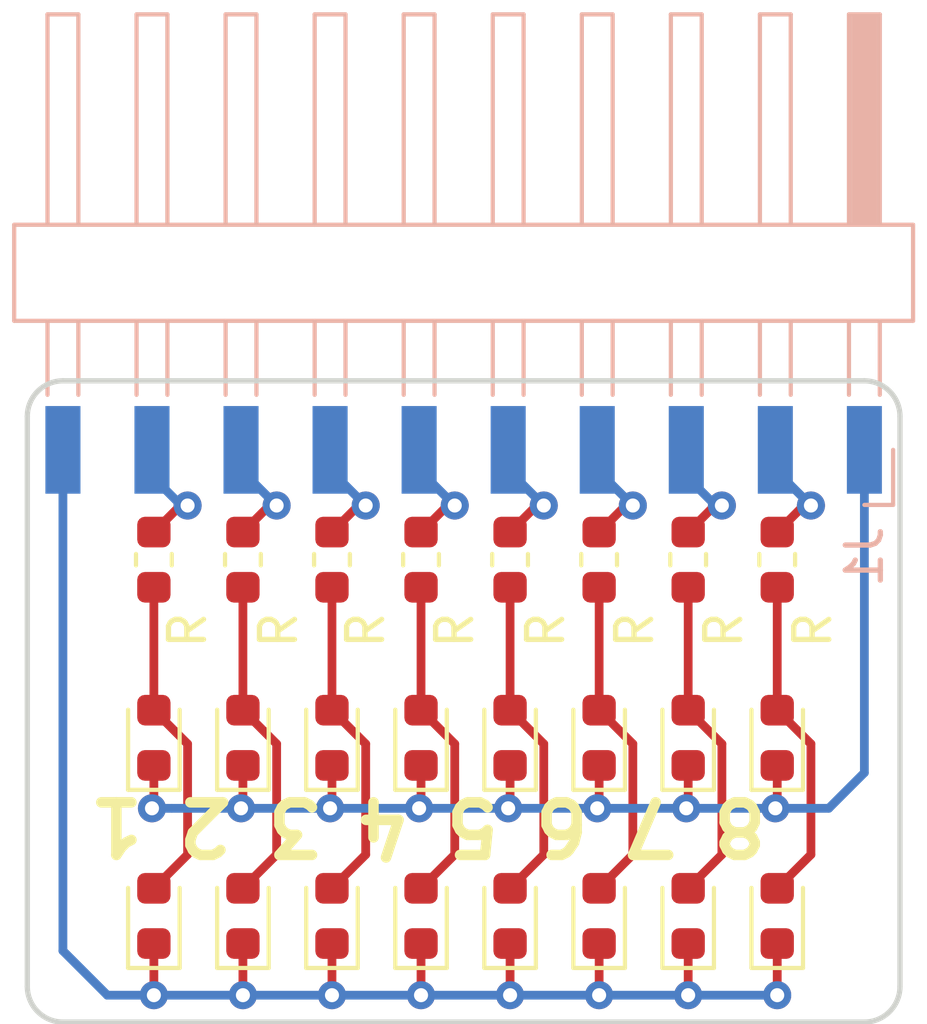
<source format=kicad_pcb>
(kicad_pcb (version 20171130) (host pcbnew "(5.0.0-3-g5ebb6b6)")

  (general
    (thickness 1.6)
    (drawings 18)
    (tracks 131)
    (zones 0)
    (modules 25)
    (nets 19)
  )

  (page A4)
  (layers
    (0 F.Cu signal)
    (31 B.Cu signal)
    (32 B.Adhes user)
    (33 F.Adhes user)
    (34 B.Paste user hide)
    (35 F.Paste user)
    (36 B.SilkS user)
    (37 F.SilkS user)
    (38 B.Mask user hide)
    (39 F.Mask user hide)
    (40 Dwgs.User user hide)
    (41 Cmts.User user hide)
    (42 Eco1.User user hide)
    (43 Eco2.User user hide)
    (44 Edge.Cuts user)
    (45 Margin user hide)
    (46 B.CrtYd user hide)
    (47 F.CrtYd user hide)
    (48 B.Fab user hide)
    (49 F.Fab user hide)
  )

  (setup
    (last_trace_width 0.25)
    (trace_clearance 0.2)
    (zone_clearance 0.508)
    (zone_45_only no)
    (trace_min 0.2)
    (segment_width 0.2)
    (edge_width 0.15)
    (via_size 0.8)
    (via_drill 0.4)
    (via_min_size 0.4)
    (via_min_drill 0.3)
    (uvia_size 0.3)
    (uvia_drill 0.1)
    (uvias_allowed no)
    (uvia_min_size 0.2)
    (uvia_min_drill 0.1)
    (pcb_text_width 0.3)
    (pcb_text_size 1.5 1.5)
    (mod_edge_width 0.15)
    (mod_text_size 1 1)
    (mod_text_width 0.15)
    (pad_size 1.524 1.524)
    (pad_drill 0.762)
    (pad_to_mask_clearance 0.2)
    (aux_axis_origin 0 0)
    (visible_elements FFFFFF7F)
    (pcbplotparams
      (layerselection 0x010fc_ffffffff)
      (usegerberextensions false)
      (usegerberattributes false)
      (usegerberadvancedattributes false)
      (creategerberjobfile false)
      (excludeedgelayer true)
      (linewidth 0.100000)
      (plotframeref false)
      (viasonmask false)
      (mode 1)
      (useauxorigin false)
      (hpglpennumber 1)
      (hpglpenspeed 20)
      (hpglpendiameter 15.000000)
      (psnegative false)
      (psa4output false)
      (plotreference true)
      (plotvalue true)
      (plotinvisibletext false)
      (padsonsilk false)
      (subtractmaskfromsilk false)
      (outputformat 1)
      (mirror false)
      (drillshape 0)
      (scaleselection 1)
      (outputdirectory "gerber/"))
  )

  (net 0 "")
  (net 1 "Net-(D1-Pad1)")
  (net 2 "Net-(D1-Pad2)")
  (net 3 "Net-(D10-Pad1)")
  (net 4 "Net-(D3-Pad2)")
  (net 5 "Net-(D5-Pad2)")
  (net 6 "Net-(D7-Pad2)")
  (net 7 "Net-(D10-Pad2)")
  (net 8 "Net-(D11-Pad2)")
  (net 9 "Net-(D13-Pad2)")
  (net 10 "Net-(D15-Pad2)")
  (net 11 "Net-(J1-Pad2)")
  (net 12 "Net-(J1-Pad3)")
  (net 13 "Net-(J1-Pad4)")
  (net 14 "Net-(J1-Pad5)")
  (net 15 "Net-(J1-Pad6)")
  (net 16 "Net-(J1-Pad7)")
  (net 17 "Net-(J1-Pad8)")
  (net 18 "Net-(J1-Pad9)")

  (net_class Default "This is the default net class."
    (clearance 0.2)
    (trace_width 0.25)
    (via_dia 0.8)
    (via_drill 0.4)
    (uvia_dia 0.3)
    (uvia_drill 0.1)
    (add_net "Net-(D1-Pad1)")
    (add_net "Net-(D1-Pad2)")
    (add_net "Net-(D10-Pad1)")
    (add_net "Net-(D10-Pad2)")
    (add_net "Net-(D11-Pad2)")
    (add_net "Net-(D13-Pad2)")
    (add_net "Net-(D15-Pad2)")
    (add_net "Net-(D3-Pad2)")
    (add_net "Net-(D5-Pad2)")
    (add_net "Net-(D7-Pad2)")
    (add_net "Net-(J1-Pad2)")
    (add_net "Net-(J1-Pad3)")
    (add_net "Net-(J1-Pad4)")
    (add_net "Net-(J1-Pad5)")
    (add_net "Net-(J1-Pad6)")
    (add_net "Net-(J1-Pad7)")
    (add_net "Net-(J1-Pad8)")
    (add_net "Net-(J1-Pad9)")
  )

  (module LED_SMD:LED_0603_1608Metric (layer F.Cu) (tedit 5B956CE0) (tstamp 5BA1AA78)
    (at 82.858185 136.165035 90)
    (descr "LED SMD 0603 (1608 Metric), square (rectangular) end terminal, IPC_7351 nominal, (Body size source: http://www.tortai-tech.com/upload/download/2011102023233369053.pdf), generated with kicad-footprint-generator")
    (tags diode)
    (path /5B95628F)
    (attr smd)
    (fp_text reference D1 (at 0 -1.43 90) (layer F.SilkS) hide
      (effects (font (size 1 1) (thickness 0.15)))
    )
    (fp_text value LED (at 0 1.43 90) (layer F.Fab)
      (effects (font (size 1 1) (thickness 0.15)))
    )
    (fp_line (start 0.8 -0.4) (end -0.5 -0.4) (layer F.Fab) (width 0.1))
    (fp_line (start -0.5 -0.4) (end -0.8 -0.1) (layer F.Fab) (width 0.1))
    (fp_line (start -0.8 -0.1) (end -0.8 0.4) (layer F.Fab) (width 0.1))
    (fp_line (start -0.8 0.4) (end 0.8 0.4) (layer F.Fab) (width 0.1))
    (fp_line (start 0.8 0.4) (end 0.8 -0.4) (layer F.Fab) (width 0.1))
    (fp_line (start 0.8 -0.735) (end -1.485 -0.735) (layer F.SilkS) (width 0.12))
    (fp_line (start -1.485 -0.735) (end -1.485 0.735) (layer F.SilkS) (width 0.12))
    (fp_line (start -1.485 0.735) (end 0.8 0.735) (layer F.SilkS) (width 0.12))
    (fp_line (start -1.48 0.73) (end -1.48 -0.73) (layer F.CrtYd) (width 0.05))
    (fp_line (start -1.48 -0.73) (end 1.48 -0.73) (layer F.CrtYd) (width 0.05))
    (fp_line (start 1.48 -0.73) (end 1.48 0.73) (layer F.CrtYd) (width 0.05))
    (fp_line (start 1.48 0.73) (end -1.48 0.73) (layer F.CrtYd) (width 0.05))
    (fp_text user %R (at 0 0 90) (layer F.Fab)
      (effects (font (size 0.4 0.4) (thickness 0.06)))
    )
    (pad 1 smd roundrect (at -0.7875 0 90) (size 0.875 0.95) (layers F.Cu F.Paste F.Mask) (roundrect_rratio 0.25)
      (net 1 "Net-(D1-Pad1)"))
    (pad 2 smd roundrect (at 0.7875 0 90) (size 0.875 0.95) (layers F.Cu F.Paste F.Mask) (roundrect_rratio 0.25)
      (net 2 "Net-(D1-Pad2)"))
    (model ${KISYS3DMOD}/LED_SMD.3dshapes/LED_0603_1608Metric.wrl
      (at (xyz 0 0 0))
      (scale (xyz 1 1 1))
      (rotate (xyz 0 0 0))
    )
  )

  (module LED_SMD:LED_0603_1608Metric (layer F.Cu) (tedit 5B956D29) (tstamp 5BA1AA8B)
    (at 82.858185 131.085035 90)
    (descr "LED SMD 0603 (1608 Metric), square (rectangular) end terminal, IPC_7351 nominal, (Body size source: http://www.tortai-tech.com/upload/download/2011102023233369053.pdf), generated with kicad-footprint-generator")
    (tags diode)
    (path /5B956583)
    (attr smd)
    (fp_text reference D2 (at 0 -1.43 90) (layer F.SilkS) hide
      (effects (font (size 1 1) (thickness 0.15)))
    )
    (fp_text value LED (at 0 1.43 90) (layer F.Fab)
      (effects (font (size 1 1) (thickness 0.15)))
    )
    (fp_text user %R (at 0 0 90) (layer F.Fab)
      (effects (font (size 0.4 0.4) (thickness 0.06)))
    )
    (fp_line (start 1.48 0.73) (end -1.48 0.73) (layer F.CrtYd) (width 0.05))
    (fp_line (start 1.48 -0.73) (end 1.48 0.73) (layer F.CrtYd) (width 0.05))
    (fp_line (start -1.48 -0.73) (end 1.48 -0.73) (layer F.CrtYd) (width 0.05))
    (fp_line (start -1.48 0.73) (end -1.48 -0.73) (layer F.CrtYd) (width 0.05))
    (fp_line (start -1.485 0.735) (end 0.8 0.735) (layer F.SilkS) (width 0.12))
    (fp_line (start -1.485 -0.735) (end -1.485 0.735) (layer F.SilkS) (width 0.12))
    (fp_line (start 0.8 -0.735) (end -1.485 -0.735) (layer F.SilkS) (width 0.12))
    (fp_line (start 0.8 0.4) (end 0.8 -0.4) (layer F.Fab) (width 0.1))
    (fp_line (start -0.8 0.4) (end 0.8 0.4) (layer F.Fab) (width 0.1))
    (fp_line (start -0.8 -0.1) (end -0.8 0.4) (layer F.Fab) (width 0.1))
    (fp_line (start -0.5 -0.4) (end -0.8 -0.1) (layer F.Fab) (width 0.1))
    (fp_line (start 0.8 -0.4) (end -0.5 -0.4) (layer F.Fab) (width 0.1))
    (pad 2 smd roundrect (at 0.7875 0 90) (size 0.875 0.95) (layers F.Cu F.Paste F.Mask) (roundrect_rratio 0.25)
      (net 2 "Net-(D1-Pad2)"))
    (pad 1 smd roundrect (at -0.7875 0 90) (size 0.875 0.95) (layers F.Cu F.Paste F.Mask) (roundrect_rratio 0.25)
      (net 3 "Net-(D10-Pad1)"))
    (model ${KISYS3DMOD}/LED_SMD.3dshapes/LED_0603_1608Metric.wrl
      (at (xyz 0 0 0))
      (scale (xyz 1 1 1))
      (rotate (xyz 0 0 0))
    )
  )

  (module LED_SMD:LED_0603_1608Metric (layer F.Cu) (tedit 5B956CE7) (tstamp 5BA1AA9E)
    (at 85.398185 136.165035 90)
    (descr "LED SMD 0603 (1608 Metric), square (rectangular) end terminal, IPC_7351 nominal, (Body size source: http://www.tortai-tech.com/upload/download/2011102023233369053.pdf), generated with kicad-footprint-generator")
    (tags diode)
    (path /5B9562BA)
    (attr smd)
    (fp_text reference D3 (at 0 -1.43 90) (layer F.SilkS) hide
      (effects (font (size 1 1) (thickness 0.15)))
    )
    (fp_text value LED (at 0 1.43 90) (layer F.Fab)
      (effects (font (size 1 1) (thickness 0.15)))
    )
    (fp_text user %R (at 0 0 90) (layer F.Fab)
      (effects (font (size 0.4 0.4) (thickness 0.06)))
    )
    (fp_line (start 1.48 0.73) (end -1.48 0.73) (layer F.CrtYd) (width 0.05))
    (fp_line (start 1.48 -0.73) (end 1.48 0.73) (layer F.CrtYd) (width 0.05))
    (fp_line (start -1.48 -0.73) (end 1.48 -0.73) (layer F.CrtYd) (width 0.05))
    (fp_line (start -1.48 0.73) (end -1.48 -0.73) (layer F.CrtYd) (width 0.05))
    (fp_line (start -1.485 0.735) (end 0.8 0.735) (layer F.SilkS) (width 0.12))
    (fp_line (start -1.485 -0.735) (end -1.485 0.735) (layer F.SilkS) (width 0.12))
    (fp_line (start 0.8 -0.735) (end -1.485 -0.735) (layer F.SilkS) (width 0.12))
    (fp_line (start 0.8 0.4) (end 0.8 -0.4) (layer F.Fab) (width 0.1))
    (fp_line (start -0.8 0.4) (end 0.8 0.4) (layer F.Fab) (width 0.1))
    (fp_line (start -0.8 -0.1) (end -0.8 0.4) (layer F.Fab) (width 0.1))
    (fp_line (start -0.5 -0.4) (end -0.8 -0.1) (layer F.Fab) (width 0.1))
    (fp_line (start 0.8 -0.4) (end -0.5 -0.4) (layer F.Fab) (width 0.1))
    (pad 2 smd roundrect (at 0.7875 0 90) (size 0.875 0.95) (layers F.Cu F.Paste F.Mask) (roundrect_rratio 0.25)
      (net 4 "Net-(D3-Pad2)"))
    (pad 1 smd roundrect (at -0.7875 0 90) (size 0.875 0.95) (layers F.Cu F.Paste F.Mask) (roundrect_rratio 0.25)
      (net 1 "Net-(D1-Pad1)"))
    (model ${KISYS3DMOD}/LED_SMD.3dshapes/LED_0603_1608Metric.wrl
      (at (xyz 0 0 0))
      (scale (xyz 1 1 1))
      (rotate (xyz 0 0 0))
    )
  )

  (module LED_SMD:LED_0603_1608Metric (layer F.Cu) (tedit 5B956D2E) (tstamp 5BA1AAB1)
    (at 85.398185 131.085035 90)
    (descr "LED SMD 0603 (1608 Metric), square (rectangular) end terminal, IPC_7351 nominal, (Body size source: http://www.tortai-tech.com/upload/download/2011102023233369053.pdf), generated with kicad-footprint-generator")
    (tags diode)
    (path /5B95657D)
    (attr smd)
    (fp_text reference D4 (at 0 -1.43 90) (layer F.SilkS) hide
      (effects (font (size 1 1) (thickness 0.15)))
    )
    (fp_text value LED (at 0 1.43 90) (layer F.Fab)
      (effects (font (size 1 1) (thickness 0.15)))
    )
    (fp_line (start 0.8 -0.4) (end -0.5 -0.4) (layer F.Fab) (width 0.1))
    (fp_line (start -0.5 -0.4) (end -0.8 -0.1) (layer F.Fab) (width 0.1))
    (fp_line (start -0.8 -0.1) (end -0.8 0.4) (layer F.Fab) (width 0.1))
    (fp_line (start -0.8 0.4) (end 0.8 0.4) (layer F.Fab) (width 0.1))
    (fp_line (start 0.8 0.4) (end 0.8 -0.4) (layer F.Fab) (width 0.1))
    (fp_line (start 0.8 -0.735) (end -1.485 -0.735) (layer F.SilkS) (width 0.12))
    (fp_line (start -1.485 -0.735) (end -1.485 0.735) (layer F.SilkS) (width 0.12))
    (fp_line (start -1.485 0.735) (end 0.8 0.735) (layer F.SilkS) (width 0.12))
    (fp_line (start -1.48 0.73) (end -1.48 -0.73) (layer F.CrtYd) (width 0.05))
    (fp_line (start -1.48 -0.73) (end 1.48 -0.73) (layer F.CrtYd) (width 0.05))
    (fp_line (start 1.48 -0.73) (end 1.48 0.73) (layer F.CrtYd) (width 0.05))
    (fp_line (start 1.48 0.73) (end -1.48 0.73) (layer F.CrtYd) (width 0.05))
    (fp_text user %R (at 0 0 90) (layer F.Fab)
      (effects (font (size 0.4 0.4) (thickness 0.06)))
    )
    (pad 1 smd roundrect (at -0.7875 0 90) (size 0.875 0.95) (layers F.Cu F.Paste F.Mask) (roundrect_rratio 0.25)
      (net 3 "Net-(D10-Pad1)"))
    (pad 2 smd roundrect (at 0.7875 0 90) (size 0.875 0.95) (layers F.Cu F.Paste F.Mask) (roundrect_rratio 0.25)
      (net 4 "Net-(D3-Pad2)"))
    (model ${KISYS3DMOD}/LED_SMD.3dshapes/LED_0603_1608Metric.wrl
      (at (xyz 0 0 0))
      (scale (xyz 1 1 1))
      (rotate (xyz 0 0 0))
    )
  )

  (module LED_SMD:LED_0603_1608Metric (layer F.Cu) (tedit 5B956CFD) (tstamp 5BA1AAC4)
    (at 87.938185 136.165035 90)
    (descr "LED SMD 0603 (1608 Metric), square (rectangular) end terminal, IPC_7351 nominal, (Body size source: http://www.tortai-tech.com/upload/download/2011102023233369053.pdf), generated with kicad-footprint-generator")
    (tags diode)
    (path /5B9562D9)
    (attr smd)
    (fp_text reference D5 (at 0 -1.43 90) (layer F.SilkS) hide
      (effects (font (size 1 1) (thickness 0.15)))
    )
    (fp_text value LED (at 0 1.43 90) (layer F.Fab)
      (effects (font (size 1 1) (thickness 0.15)))
    )
    (fp_line (start 0.8 -0.4) (end -0.5 -0.4) (layer F.Fab) (width 0.1))
    (fp_line (start -0.5 -0.4) (end -0.8 -0.1) (layer F.Fab) (width 0.1))
    (fp_line (start -0.8 -0.1) (end -0.8 0.4) (layer F.Fab) (width 0.1))
    (fp_line (start -0.8 0.4) (end 0.8 0.4) (layer F.Fab) (width 0.1))
    (fp_line (start 0.8 0.4) (end 0.8 -0.4) (layer F.Fab) (width 0.1))
    (fp_line (start 0.8 -0.735) (end -1.485 -0.735) (layer F.SilkS) (width 0.12))
    (fp_line (start -1.485 -0.735) (end -1.485 0.735) (layer F.SilkS) (width 0.12))
    (fp_line (start -1.485 0.735) (end 0.8 0.735) (layer F.SilkS) (width 0.12))
    (fp_line (start -1.48 0.73) (end -1.48 -0.73) (layer F.CrtYd) (width 0.05))
    (fp_line (start -1.48 -0.73) (end 1.48 -0.73) (layer F.CrtYd) (width 0.05))
    (fp_line (start 1.48 -0.73) (end 1.48 0.73) (layer F.CrtYd) (width 0.05))
    (fp_line (start 1.48 0.73) (end -1.48 0.73) (layer F.CrtYd) (width 0.05))
    (fp_text user %R (at 0 0 90) (layer F.Fab)
      (effects (font (size 0.4 0.4) (thickness 0.06)))
    )
    (pad 1 smd roundrect (at -0.7875 0 90) (size 0.875 0.95) (layers F.Cu F.Paste F.Mask) (roundrect_rratio 0.25)
      (net 1 "Net-(D1-Pad1)"))
    (pad 2 smd roundrect (at 0.7875 0 90) (size 0.875 0.95) (layers F.Cu F.Paste F.Mask) (roundrect_rratio 0.25)
      (net 5 "Net-(D5-Pad2)"))
    (model ${KISYS3DMOD}/LED_SMD.3dshapes/LED_0603_1608Metric.wrl
      (at (xyz 0 0 0))
      (scale (xyz 1 1 1))
      (rotate (xyz 0 0 0))
    )
  )

  (module LED_SMD:LED_0603_1608Metric (layer F.Cu) (tedit 5B956D32) (tstamp 5BA1AAD7)
    (at 87.938185 131.085035 90)
    (descr "LED SMD 0603 (1608 Metric), square (rectangular) end terminal, IPC_7351 nominal, (Body size source: http://www.tortai-tech.com/upload/download/2011102023233369053.pdf), generated with kicad-footprint-generator")
    (tags diode)
    (path /5B956577)
    (attr smd)
    (fp_text reference D6 (at 0 -1.43 90) (layer F.SilkS) hide
      (effects (font (size 1 1) (thickness 0.15)))
    )
    (fp_text value LED (at 0 1.43 90) (layer F.Fab)
      (effects (font (size 1 1) (thickness 0.15)))
    )
    (fp_text user %R (at 0 0 90) (layer F.Fab)
      (effects (font (size 0.4 0.4) (thickness 0.06)))
    )
    (fp_line (start 1.48 0.73) (end -1.48 0.73) (layer F.CrtYd) (width 0.05))
    (fp_line (start 1.48 -0.73) (end 1.48 0.73) (layer F.CrtYd) (width 0.05))
    (fp_line (start -1.48 -0.73) (end 1.48 -0.73) (layer F.CrtYd) (width 0.05))
    (fp_line (start -1.48 0.73) (end -1.48 -0.73) (layer F.CrtYd) (width 0.05))
    (fp_line (start -1.485 0.735) (end 0.8 0.735) (layer F.SilkS) (width 0.12))
    (fp_line (start -1.485 -0.735) (end -1.485 0.735) (layer F.SilkS) (width 0.12))
    (fp_line (start 0.8 -0.735) (end -1.485 -0.735) (layer F.SilkS) (width 0.12))
    (fp_line (start 0.8 0.4) (end 0.8 -0.4) (layer F.Fab) (width 0.1))
    (fp_line (start -0.8 0.4) (end 0.8 0.4) (layer F.Fab) (width 0.1))
    (fp_line (start -0.8 -0.1) (end -0.8 0.4) (layer F.Fab) (width 0.1))
    (fp_line (start -0.5 -0.4) (end -0.8 -0.1) (layer F.Fab) (width 0.1))
    (fp_line (start 0.8 -0.4) (end -0.5 -0.4) (layer F.Fab) (width 0.1))
    (pad 2 smd roundrect (at 0.7875 0 90) (size 0.875 0.95) (layers F.Cu F.Paste F.Mask) (roundrect_rratio 0.25)
      (net 5 "Net-(D5-Pad2)"))
    (pad 1 smd roundrect (at -0.7875 0 90) (size 0.875 0.95) (layers F.Cu F.Paste F.Mask) (roundrect_rratio 0.25)
      (net 3 "Net-(D10-Pad1)"))
    (model ${KISYS3DMOD}/LED_SMD.3dshapes/LED_0603_1608Metric.wrl
      (at (xyz 0 0 0))
      (scale (xyz 1 1 1))
      (rotate (xyz 0 0 0))
    )
  )

  (module LED_SMD:LED_0603_1608Metric (layer F.Cu) (tedit 5B956D01) (tstamp 5BA1AAEA)
    (at 90.478185 136.165035 90)
    (descr "LED SMD 0603 (1608 Metric), square (rectangular) end terminal, IPC_7351 nominal, (Body size source: http://www.tortai-tech.com/upload/download/2011102023233369053.pdf), generated with kicad-footprint-generator")
    (tags diode)
    (path /5B9562F4)
    (attr smd)
    (fp_text reference D7 (at 0 -1.43 90) (layer F.SilkS) hide
      (effects (font (size 1 1) (thickness 0.15)))
    )
    (fp_text value LED (at 0 1.43 90) (layer F.Fab)
      (effects (font (size 1 1) (thickness 0.15)))
    )
    (fp_text user %R (at 0 0 90) (layer F.Fab)
      (effects (font (size 0.4 0.4) (thickness 0.06)))
    )
    (fp_line (start 1.48 0.73) (end -1.48 0.73) (layer F.CrtYd) (width 0.05))
    (fp_line (start 1.48 -0.73) (end 1.48 0.73) (layer F.CrtYd) (width 0.05))
    (fp_line (start -1.48 -0.73) (end 1.48 -0.73) (layer F.CrtYd) (width 0.05))
    (fp_line (start -1.48 0.73) (end -1.48 -0.73) (layer F.CrtYd) (width 0.05))
    (fp_line (start -1.485 0.735) (end 0.8 0.735) (layer F.SilkS) (width 0.12))
    (fp_line (start -1.485 -0.735) (end -1.485 0.735) (layer F.SilkS) (width 0.12))
    (fp_line (start 0.8 -0.735) (end -1.485 -0.735) (layer F.SilkS) (width 0.12))
    (fp_line (start 0.8 0.4) (end 0.8 -0.4) (layer F.Fab) (width 0.1))
    (fp_line (start -0.8 0.4) (end 0.8 0.4) (layer F.Fab) (width 0.1))
    (fp_line (start -0.8 -0.1) (end -0.8 0.4) (layer F.Fab) (width 0.1))
    (fp_line (start -0.5 -0.4) (end -0.8 -0.1) (layer F.Fab) (width 0.1))
    (fp_line (start 0.8 -0.4) (end -0.5 -0.4) (layer F.Fab) (width 0.1))
    (pad 2 smd roundrect (at 0.7875 0 90) (size 0.875 0.95) (layers F.Cu F.Paste F.Mask) (roundrect_rratio 0.25)
      (net 6 "Net-(D7-Pad2)"))
    (pad 1 smd roundrect (at -0.7875 0 90) (size 0.875 0.95) (layers F.Cu F.Paste F.Mask) (roundrect_rratio 0.25)
      (net 1 "Net-(D1-Pad1)"))
    (model ${KISYS3DMOD}/LED_SMD.3dshapes/LED_0603_1608Metric.wrl
      (at (xyz 0 0 0))
      (scale (xyz 1 1 1))
      (rotate (xyz 0 0 0))
    )
  )

  (module LED_SMD:LED_0603_1608Metric (layer F.Cu) (tedit 5B956D36) (tstamp 5BA1AAFD)
    (at 90.478185 131.085035 90)
    (descr "LED SMD 0603 (1608 Metric), square (rectangular) end terminal, IPC_7351 nominal, (Body size source: http://www.tortai-tech.com/upload/download/2011102023233369053.pdf), generated with kicad-footprint-generator")
    (tags diode)
    (path /5B956571)
    (attr smd)
    (fp_text reference D8 (at 0 -1.43 90) (layer F.SilkS) hide
      (effects (font (size 1 1) (thickness 0.15)))
    )
    (fp_text value LED (at 0 1.43 180) (layer F.Fab)
      (effects (font (size 1 1) (thickness 0.15)))
    )
    (fp_line (start 0.8 -0.4) (end -0.5 -0.4) (layer F.Fab) (width 0.1))
    (fp_line (start -0.5 -0.4) (end -0.8 -0.1) (layer F.Fab) (width 0.1))
    (fp_line (start -0.8 -0.1) (end -0.8 0.4) (layer F.Fab) (width 0.1))
    (fp_line (start -0.8 0.4) (end 0.8 0.4) (layer F.Fab) (width 0.1))
    (fp_line (start 0.8 0.4) (end 0.8 -0.4) (layer F.Fab) (width 0.1))
    (fp_line (start 0.8 -0.735) (end -1.485 -0.735) (layer F.SilkS) (width 0.12))
    (fp_line (start -1.485 -0.735) (end -1.485 0.735) (layer F.SilkS) (width 0.12))
    (fp_line (start -1.485 0.735) (end 0.8 0.735) (layer F.SilkS) (width 0.12))
    (fp_line (start -1.48 0.73) (end -1.48 -0.73) (layer F.CrtYd) (width 0.05))
    (fp_line (start -1.48 -0.73) (end 1.48 -0.73) (layer F.CrtYd) (width 0.05))
    (fp_line (start 1.48 -0.73) (end 1.48 0.73) (layer F.CrtYd) (width 0.05))
    (fp_line (start 1.48 0.73) (end -1.48 0.73) (layer F.CrtYd) (width 0.05))
    (fp_text user %R (at 0 0 90) (layer F.Fab)
      (effects (font (size 0.4 0.4) (thickness 0.06)))
    )
    (pad 1 smd roundrect (at -0.7875 0 90) (size 0.875 0.95) (layers F.Cu F.Paste F.Mask) (roundrect_rratio 0.25)
      (net 3 "Net-(D10-Pad1)"))
    (pad 2 smd roundrect (at 0.7875 0 90) (size 0.875 0.95) (layers F.Cu F.Paste F.Mask) (roundrect_rratio 0.25)
      (net 6 "Net-(D7-Pad2)"))
    (model ${KISYS3DMOD}/LED_SMD.3dshapes/LED_0603_1608Metric.wrl
      (at (xyz 0 0 0))
      (scale (xyz 1 1 1))
      (rotate (xyz 0 0 0))
    )
  )

  (module LED_SMD:LED_0603_1608Metric (layer F.Cu) (tedit 5B956D0A) (tstamp 5BA1AB10)
    (at 93.018185 136.165035 90)
    (descr "LED SMD 0603 (1608 Metric), square (rectangular) end terminal, IPC_7351 nominal, (Body size source: http://www.tortai-tech.com/upload/download/2011102023233369053.pdf), generated with kicad-footprint-generator")
    (tags diode)
    (path /5B956391)
    (attr smd)
    (fp_text reference D9 (at 0 -1.43 180) (layer F.SilkS) hide
      (effects (font (size 1 1) (thickness 0.15)))
    )
    (fp_text value LED (at 0 1.43 90) (layer F.Fab)
      (effects (font (size 1 1) (thickness 0.15)))
    )
    (fp_line (start 0.8 -0.4) (end -0.5 -0.4) (layer F.Fab) (width 0.1))
    (fp_line (start -0.5 -0.4) (end -0.8 -0.1) (layer F.Fab) (width 0.1))
    (fp_line (start -0.8 -0.1) (end -0.8 0.4) (layer F.Fab) (width 0.1))
    (fp_line (start -0.8 0.4) (end 0.8 0.4) (layer F.Fab) (width 0.1))
    (fp_line (start 0.8 0.4) (end 0.8 -0.4) (layer F.Fab) (width 0.1))
    (fp_line (start 0.8 -0.735) (end -1.485 -0.735) (layer F.SilkS) (width 0.12))
    (fp_line (start -1.485 -0.735) (end -1.485 0.735) (layer F.SilkS) (width 0.12))
    (fp_line (start -1.485 0.735) (end 0.8 0.735) (layer F.SilkS) (width 0.12))
    (fp_line (start -1.48 0.73) (end -1.48 -0.73) (layer F.CrtYd) (width 0.05))
    (fp_line (start -1.48 -0.73) (end 1.48 -0.73) (layer F.CrtYd) (width 0.05))
    (fp_line (start 1.48 -0.73) (end 1.48 0.73) (layer F.CrtYd) (width 0.05))
    (fp_line (start 1.48 0.73) (end -1.48 0.73) (layer F.CrtYd) (width 0.05))
    (fp_text user %R (at 0 0 90) (layer F.Fab)
      (effects (font (size 0.4 0.4) (thickness 0.06)))
    )
    (pad 1 smd roundrect (at -0.7875 0 90) (size 0.875 0.95) (layers F.Cu F.Paste F.Mask) (roundrect_rratio 0.25)
      (net 1 "Net-(D1-Pad1)"))
    (pad 2 smd roundrect (at 0.7875 0 90) (size 0.875 0.95) (layers F.Cu F.Paste F.Mask) (roundrect_rratio 0.25)
      (net 7 "Net-(D10-Pad2)"))
    (model ${KISYS3DMOD}/LED_SMD.3dshapes/LED_0603_1608Metric.wrl
      (at (xyz 0 0 0))
      (scale (xyz 1 1 1))
      (rotate (xyz 0 0 0))
    )
  )

  (module LED_SMD:LED_0603_1608Metric (layer F.Cu) (tedit 5B956D3A) (tstamp 5BA1AB23)
    (at 93.018185 131.085035 90)
    (descr "LED SMD 0603 (1608 Metric), square (rectangular) end terminal, IPC_7351 nominal, (Body size source: http://www.tortai-tech.com/upload/download/2011102023233369053.pdf), generated with kicad-footprint-generator")
    (tags diode)
    (path /5B95656B)
    (attr smd)
    (fp_text reference D10 (at 0 -1.43 90) (layer F.SilkS) hide
      (effects (font (size 1 1) (thickness 0.15)))
    )
    (fp_text value LED (at 0 1.43 90) (layer F.Fab)
      (effects (font (size 1 1) (thickness 0.15)))
    )
    (fp_text user %R (at 0 0 270) (layer F.Fab)
      (effects (font (size 0.4 0.4) (thickness 0.06)))
    )
    (fp_line (start 1.48 0.73) (end -1.48 0.73) (layer F.CrtYd) (width 0.05))
    (fp_line (start 1.48 -0.73) (end 1.48 0.73) (layer F.CrtYd) (width 0.05))
    (fp_line (start -1.48 -0.73) (end 1.48 -0.73) (layer F.CrtYd) (width 0.05))
    (fp_line (start -1.48 0.73) (end -1.48 -0.73) (layer F.CrtYd) (width 0.05))
    (fp_line (start -1.485 0.735) (end 0.8 0.735) (layer F.SilkS) (width 0.12))
    (fp_line (start -1.485 -0.735) (end -1.485 0.735) (layer F.SilkS) (width 0.12))
    (fp_line (start 0.8 -0.735) (end -1.485 -0.735) (layer F.SilkS) (width 0.12))
    (fp_line (start 0.8 0.4) (end 0.8 -0.4) (layer F.Fab) (width 0.1))
    (fp_line (start -0.8 0.4) (end 0.8 0.4) (layer F.Fab) (width 0.1))
    (fp_line (start -0.8 -0.1) (end -0.8 0.4) (layer F.Fab) (width 0.1))
    (fp_line (start -0.5 -0.4) (end -0.8 -0.1) (layer F.Fab) (width 0.1))
    (fp_line (start 0.8 -0.4) (end -0.5 -0.4) (layer F.Fab) (width 0.1))
    (pad 2 smd roundrect (at 0.7875 0 90) (size 0.875 0.95) (layers F.Cu F.Paste F.Mask) (roundrect_rratio 0.25)
      (net 7 "Net-(D10-Pad2)"))
    (pad 1 smd roundrect (at -0.7875 0 90) (size 0.875 0.95) (layers F.Cu F.Paste F.Mask) (roundrect_rratio 0.25)
      (net 3 "Net-(D10-Pad1)"))
    (model ${KISYS3DMOD}/LED_SMD.3dshapes/LED_0603_1608Metric.wrl
      (at (xyz 0 0 0))
      (scale (xyz 1 1 1))
      (rotate (xyz 0 0 0))
    )
  )

  (module LED_SMD:LED_0603_1608Metric (layer F.Cu) (tedit 5B956D0F) (tstamp 5BA1AB36)
    (at 95.558185 136.165035 90)
    (descr "LED SMD 0603 (1608 Metric), square (rectangular) end terminal, IPC_7351 nominal, (Body size source: http://www.tortai-tech.com/upload/download/2011102023233369053.pdf), generated with kicad-footprint-generator")
    (tags diode)
    (path /5B956397)
    (attr smd)
    (fp_text reference D11 (at 0 -1.43 90) (layer F.SilkS) hide
      (effects (font (size 1 1) (thickness 0.15)))
    )
    (fp_text value LED (at 0 1.43 90) (layer F.Fab)
      (effects (font (size 1 1) (thickness 0.15)))
    )
    (fp_text user %R (at 0 0 90) (layer F.Fab)
      (effects (font (size 0.4 0.4) (thickness 0.06)))
    )
    (fp_line (start 1.48 0.73) (end -1.48 0.73) (layer F.CrtYd) (width 0.05))
    (fp_line (start 1.48 -0.73) (end 1.48 0.73) (layer F.CrtYd) (width 0.05))
    (fp_line (start -1.48 -0.73) (end 1.48 -0.73) (layer F.CrtYd) (width 0.05))
    (fp_line (start -1.48 0.73) (end -1.48 -0.73) (layer F.CrtYd) (width 0.05))
    (fp_line (start -1.485 0.735) (end 0.8 0.735) (layer F.SilkS) (width 0.12))
    (fp_line (start -1.485 -0.735) (end -1.485 0.735) (layer F.SilkS) (width 0.12))
    (fp_line (start 0.8 -0.735) (end -1.485 -0.735) (layer F.SilkS) (width 0.12))
    (fp_line (start 0.8 0.4) (end 0.8 -0.4) (layer F.Fab) (width 0.1))
    (fp_line (start -0.8 0.4) (end 0.8 0.4) (layer F.Fab) (width 0.1))
    (fp_line (start -0.8 -0.1) (end -0.8 0.4) (layer F.Fab) (width 0.1))
    (fp_line (start -0.5 -0.4) (end -0.8 -0.1) (layer F.Fab) (width 0.1))
    (fp_line (start 0.8 -0.4) (end -0.5 -0.4) (layer F.Fab) (width 0.1))
    (pad 2 smd roundrect (at 0.7875 0 90) (size 0.875 0.95) (layers F.Cu F.Paste F.Mask) (roundrect_rratio 0.25)
      (net 8 "Net-(D11-Pad2)"))
    (pad 1 smd roundrect (at -0.7875 0 90) (size 0.875 0.95) (layers F.Cu F.Paste F.Mask) (roundrect_rratio 0.25)
      (net 1 "Net-(D1-Pad1)"))
    (model ${KISYS3DMOD}/LED_SMD.3dshapes/LED_0603_1608Metric.wrl
      (at (xyz 0 0 0))
      (scale (xyz 1 1 1))
      (rotate (xyz 0 0 0))
    )
  )

  (module LED_SMD:LED_0603_1608Metric (layer F.Cu) (tedit 5B956D3E) (tstamp 5BA1AB49)
    (at 95.558185 131.085035 90)
    (descr "LED SMD 0603 (1608 Metric), square (rectangular) end terminal, IPC_7351 nominal, (Body size source: http://www.tortai-tech.com/upload/download/2011102023233369053.pdf), generated with kicad-footprint-generator")
    (tags diode)
    (path /5B956565)
    (attr smd)
    (fp_text reference D12 (at 0 -1.43 90) (layer F.SilkS) hide
      (effects (font (size 1 1) (thickness 0.15)))
    )
    (fp_text value LED (at 0 1.43 90) (layer F.Fab)
      (effects (font (size 1 1) (thickness 0.15)))
    )
    (fp_line (start 0.8 -0.4) (end -0.5 -0.4) (layer F.Fab) (width 0.1))
    (fp_line (start -0.5 -0.4) (end -0.8 -0.1) (layer F.Fab) (width 0.1))
    (fp_line (start -0.8 -0.1) (end -0.8 0.4) (layer F.Fab) (width 0.1))
    (fp_line (start -0.8 0.4) (end 0.8 0.4) (layer F.Fab) (width 0.1))
    (fp_line (start 0.8 0.4) (end 0.8 -0.4) (layer F.Fab) (width 0.1))
    (fp_line (start 0.8 -0.735) (end -1.485 -0.735) (layer F.SilkS) (width 0.12))
    (fp_line (start -1.485 -0.735) (end -1.485 0.735) (layer F.SilkS) (width 0.12))
    (fp_line (start -1.485 0.735) (end 0.8 0.735) (layer F.SilkS) (width 0.12))
    (fp_line (start -1.48 0.73) (end -1.48 -0.73) (layer F.CrtYd) (width 0.05))
    (fp_line (start -1.48 -0.73) (end 1.48 -0.73) (layer F.CrtYd) (width 0.05))
    (fp_line (start 1.48 -0.73) (end 1.48 0.73) (layer F.CrtYd) (width 0.05))
    (fp_line (start 1.48 0.73) (end -1.48 0.73) (layer F.CrtYd) (width 0.05))
    (fp_text user %R (at 0 0 90) (layer F.Fab)
      (effects (font (size 0.4 0.4) (thickness 0.06)))
    )
    (pad 1 smd roundrect (at -0.7875 0 90) (size 0.875 0.95) (layers F.Cu F.Paste F.Mask) (roundrect_rratio 0.25)
      (net 3 "Net-(D10-Pad1)"))
    (pad 2 smd roundrect (at 0.7875 0 90) (size 0.875 0.95) (layers F.Cu F.Paste F.Mask) (roundrect_rratio 0.25)
      (net 8 "Net-(D11-Pad2)"))
    (model ${KISYS3DMOD}/LED_SMD.3dshapes/LED_0603_1608Metric.wrl
      (at (xyz 0 0 0))
      (scale (xyz 1 1 1))
      (rotate (xyz 0 0 0))
    )
  )

  (module LED_SMD:LED_0603_1608Metric (layer F.Cu) (tedit 5B956D13) (tstamp 5BA1AB5C)
    (at 98.098185 136.165035 90)
    (descr "LED SMD 0603 (1608 Metric), square (rectangular) end terminal, IPC_7351 nominal, (Body size source: http://www.tortai-tech.com/upload/download/2011102023233369053.pdf), generated with kicad-footprint-generator")
    (tags diode)
    (path /5B95639D)
    (attr smd)
    (fp_text reference D13 (at 0 -1.43 90) (layer F.SilkS) hide
      (effects (font (size 1 1) (thickness 0.15)))
    )
    (fp_text value LED (at 0 1.43 90) (layer F.Fab)
      (effects (font (size 1 1) (thickness 0.15)))
    )
    (fp_line (start 0.8 -0.4) (end -0.5 -0.4) (layer F.Fab) (width 0.1))
    (fp_line (start -0.5 -0.4) (end -0.8 -0.1) (layer F.Fab) (width 0.1))
    (fp_line (start -0.8 -0.1) (end -0.8 0.4) (layer F.Fab) (width 0.1))
    (fp_line (start -0.8 0.4) (end 0.8 0.4) (layer F.Fab) (width 0.1))
    (fp_line (start 0.8 0.4) (end 0.8 -0.4) (layer F.Fab) (width 0.1))
    (fp_line (start 0.8 -0.735) (end -1.485 -0.735) (layer F.SilkS) (width 0.12))
    (fp_line (start -1.485 -0.735) (end -1.485 0.735) (layer F.SilkS) (width 0.12))
    (fp_line (start -1.485 0.735) (end 0.8 0.735) (layer F.SilkS) (width 0.12))
    (fp_line (start -1.48 0.73) (end -1.48 -0.73) (layer F.CrtYd) (width 0.05))
    (fp_line (start -1.48 -0.73) (end 1.48 -0.73) (layer F.CrtYd) (width 0.05))
    (fp_line (start 1.48 -0.73) (end 1.48 0.73) (layer F.CrtYd) (width 0.05))
    (fp_line (start 1.48 0.73) (end -1.48 0.73) (layer F.CrtYd) (width 0.05))
    (fp_text user %R (at 0 0 90) (layer F.Fab)
      (effects (font (size 0.4 0.4) (thickness 0.06)))
    )
    (pad 1 smd roundrect (at -0.7875 0 90) (size 0.875 0.95) (layers F.Cu F.Paste F.Mask) (roundrect_rratio 0.25)
      (net 1 "Net-(D1-Pad1)"))
    (pad 2 smd roundrect (at 0.7875 0 90) (size 0.875 0.95) (layers F.Cu F.Paste F.Mask) (roundrect_rratio 0.25)
      (net 9 "Net-(D13-Pad2)"))
    (model ${KISYS3DMOD}/LED_SMD.3dshapes/LED_0603_1608Metric.wrl
      (at (xyz 0 0 0))
      (scale (xyz 1 1 1))
      (rotate (xyz 0 0 0))
    )
  )

  (module LED_SMD:LED_0603_1608Metric (layer F.Cu) (tedit 5B956D42) (tstamp 5BA1AB6F)
    (at 98.098185 131.085035 90)
    (descr "LED SMD 0603 (1608 Metric), square (rectangular) end terminal, IPC_7351 nominal, (Body size source: http://www.tortai-tech.com/upload/download/2011102023233369053.pdf), generated with kicad-footprint-generator")
    (tags diode)
    (path /5B95655F)
    (attr smd)
    (fp_text reference D14 (at 0 -1.43 90) (layer F.SilkS) hide
      (effects (font (size 1 1) (thickness 0.15)))
    )
    (fp_text value LED (at 0 1.43 90) (layer F.Fab)
      (effects (font (size 1 1) (thickness 0.15)))
    )
    (fp_text user %R (at 0 0 90) (layer F.Fab)
      (effects (font (size 0.4 0.4) (thickness 0.06)))
    )
    (fp_line (start 1.48 0.73) (end -1.48 0.73) (layer F.CrtYd) (width 0.05))
    (fp_line (start 1.48 -0.73) (end 1.48 0.73) (layer F.CrtYd) (width 0.05))
    (fp_line (start -1.48 -0.73) (end 1.48 -0.73) (layer F.CrtYd) (width 0.05))
    (fp_line (start -1.48 0.73) (end -1.48 -0.73) (layer F.CrtYd) (width 0.05))
    (fp_line (start -1.485 0.735) (end 0.8 0.735) (layer F.SilkS) (width 0.12))
    (fp_line (start -1.485 -0.735) (end -1.485 0.735) (layer F.SilkS) (width 0.12))
    (fp_line (start 0.8 -0.735) (end -1.485 -0.735) (layer F.SilkS) (width 0.12))
    (fp_line (start 0.8 0.4) (end 0.8 -0.4) (layer F.Fab) (width 0.1))
    (fp_line (start -0.8 0.4) (end 0.8 0.4) (layer F.Fab) (width 0.1))
    (fp_line (start -0.8 -0.1) (end -0.8 0.4) (layer F.Fab) (width 0.1))
    (fp_line (start -0.5 -0.4) (end -0.8 -0.1) (layer F.Fab) (width 0.1))
    (fp_line (start 0.8 -0.4) (end -0.5 -0.4) (layer F.Fab) (width 0.1))
    (pad 2 smd roundrect (at 0.7875 0 90) (size 0.875 0.95) (layers F.Cu F.Paste F.Mask) (roundrect_rratio 0.25)
      (net 9 "Net-(D13-Pad2)"))
    (pad 1 smd roundrect (at -0.7875 0 90) (size 0.875 0.95) (layers F.Cu F.Paste F.Mask) (roundrect_rratio 0.25)
      (net 3 "Net-(D10-Pad1)"))
    (model ${KISYS3DMOD}/LED_SMD.3dshapes/LED_0603_1608Metric.wrl
      (at (xyz 0 0 0))
      (scale (xyz 1 1 1))
      (rotate (xyz 0 0 0))
    )
  )

  (module LED_SMD:LED_0603_1608Metric (layer F.Cu) (tedit 5B956D18) (tstamp 5BA1AB82)
    (at 100.638185 136.165035 90)
    (descr "LED SMD 0603 (1608 Metric), square (rectangular) end terminal, IPC_7351 nominal, (Body size source: http://www.tortai-tech.com/upload/download/2011102023233369053.pdf), generated with kicad-footprint-generator")
    (tags diode)
    (path /5B9563A3)
    (attr smd)
    (fp_text reference D15 (at 0 -1.43 90) (layer F.SilkS) hide
      (effects (font (size 1 1) (thickness 0.15)))
    )
    (fp_text value LED (at 0 1.43 90) (layer F.Fab)
      (effects (font (size 1 1) (thickness 0.15)))
    )
    (fp_text user %R (at 0 0 90) (layer F.Fab)
      (effects (font (size 0.4 0.4) (thickness 0.06)))
    )
    (fp_line (start 1.48 0.73) (end -1.48 0.73) (layer F.CrtYd) (width 0.05))
    (fp_line (start 1.48 -0.73) (end 1.48 0.73) (layer F.CrtYd) (width 0.05))
    (fp_line (start -1.48 -0.73) (end 1.48 -0.73) (layer F.CrtYd) (width 0.05))
    (fp_line (start -1.48 0.73) (end -1.48 -0.73) (layer F.CrtYd) (width 0.05))
    (fp_line (start -1.485 0.735) (end 0.8 0.735) (layer F.SilkS) (width 0.12))
    (fp_line (start -1.485 -0.735) (end -1.485 0.735) (layer F.SilkS) (width 0.12))
    (fp_line (start 0.8 -0.735) (end -1.485 -0.735) (layer F.SilkS) (width 0.12))
    (fp_line (start 0.8 0.4) (end 0.8 -0.4) (layer F.Fab) (width 0.1))
    (fp_line (start -0.8 0.4) (end 0.8 0.4) (layer F.Fab) (width 0.1))
    (fp_line (start -0.8 -0.1) (end -0.8 0.4) (layer F.Fab) (width 0.1))
    (fp_line (start -0.5 -0.4) (end -0.8 -0.1) (layer F.Fab) (width 0.1))
    (fp_line (start 0.8 -0.4) (end -0.5 -0.4) (layer F.Fab) (width 0.1))
    (pad 2 smd roundrect (at 0.7875 0 90) (size 0.875 0.95) (layers F.Cu F.Paste F.Mask) (roundrect_rratio 0.25)
      (net 10 "Net-(D15-Pad2)"))
    (pad 1 smd roundrect (at -0.7875 0 90) (size 0.875 0.95) (layers F.Cu F.Paste F.Mask) (roundrect_rratio 0.25)
      (net 1 "Net-(D1-Pad1)"))
    (model ${KISYS3DMOD}/LED_SMD.3dshapes/LED_0603_1608Metric.wrl
      (at (xyz 0 0 0))
      (scale (xyz 1 1 1))
      (rotate (xyz 0 0 0))
    )
  )

  (module LED_SMD:LED_0603_1608Metric (layer F.Cu) (tedit 5B956D4A) (tstamp 5BA1AB95)
    (at 100.638185 131.085035 90)
    (descr "LED SMD 0603 (1608 Metric), square (rectangular) end terminal, IPC_7351 nominal, (Body size source: http://www.tortai-tech.com/upload/download/2011102023233369053.pdf), generated with kicad-footprint-generator")
    (tags diode)
    (path /5B956559)
    (attr smd)
    (fp_text reference D16 (at 0 -1.43 90) (layer F.SilkS) hide
      (effects (font (size 1 1) (thickness 0.15)))
    )
    (fp_text value LED (at 0 1.43 90) (layer F.Fab)
      (effects (font (size 1 1) (thickness 0.15)))
    )
    (fp_line (start 0.8 -0.4) (end -0.5 -0.4) (layer F.Fab) (width 0.1))
    (fp_line (start -0.5 -0.4) (end -0.8 -0.1) (layer F.Fab) (width 0.1))
    (fp_line (start -0.8 -0.1) (end -0.8 0.4) (layer F.Fab) (width 0.1))
    (fp_line (start -0.8 0.4) (end 0.8 0.4) (layer F.Fab) (width 0.1))
    (fp_line (start 0.8 0.4) (end 0.8 -0.4) (layer F.Fab) (width 0.1))
    (fp_line (start 0.8 -0.735) (end -1.485 -0.735) (layer F.SilkS) (width 0.12))
    (fp_line (start -1.485 -0.735) (end -1.485 0.735) (layer F.SilkS) (width 0.12))
    (fp_line (start -1.485 0.735) (end 0.8 0.735) (layer F.SilkS) (width 0.12))
    (fp_line (start -1.48 0.73) (end -1.48 -0.73) (layer F.CrtYd) (width 0.05))
    (fp_line (start -1.48 -0.73) (end 1.48 -0.73) (layer F.CrtYd) (width 0.05))
    (fp_line (start 1.48 -0.73) (end 1.48 0.73) (layer F.CrtYd) (width 0.05))
    (fp_line (start 1.48 0.73) (end -1.48 0.73) (layer F.CrtYd) (width 0.05))
    (fp_text user %R (at 0 0 90) (layer F.Fab)
      (effects (font (size 0.4 0.4) (thickness 0.06)))
    )
    (pad 1 smd roundrect (at -0.7875 0 90) (size 0.875 0.95) (layers F.Cu F.Paste F.Mask) (roundrect_rratio 0.25)
      (net 3 "Net-(D10-Pad1)"))
    (pad 2 smd roundrect (at 0.7875 0 90) (size 0.875 0.95) (layers F.Cu F.Paste F.Mask) (roundrect_rratio 0.25)
      (net 10 "Net-(D15-Pad2)"))
    (model ${KISYS3DMOD}/LED_SMD.3dshapes/LED_0603_1608Metric.wrl
      (at (xyz 0 0 0))
      (scale (xyz 1 1 1))
      (rotate (xyz 0 0 0))
    )
  )

  (module Connector_Harwin:Harwin_M20-89010xx_1x10_P2.54mm_Horizontal (layer B.Cu) (tedit 5B154A07) (tstamp 5BA1AC22)
    (at 91.694 117.348 90)
    (descr "Harwin Male Horizontal Surface Mount Single Row 2.54mm (0.1 inch) Pitch PCB Connector, M20-89010xx, 10 Pins per row (https://cdn.harwin.com/pdfs/M20-890.pdf), generated with kicad-footprint-generator")
    (tags "connector Harwin M20-890 horizontal")
    (path /5B959C6E)
    (attr smd)
    (fp_text reference J1 (at -8.573 11.43 90) (layer B.SilkS)
      (effects (font (size 1 1) (thickness 0.15)) (justify mirror))
    )
    (fp_text value Conn_01x10_Male (at -0.48 -13.9 90) (layer B.Fab)
      (effects (font (size 1 1) (thickness 0.15)) (justify mirror))
    )
    (fp_line (start -1.725 11.75) (end -6.425 11.75) (layer B.Fab) (width 0.1))
    (fp_line (start -6.425 11.75) (end -6.425 11.11) (layer B.Fab) (width 0.1))
    (fp_line (start -6.425 11.11) (end -1.725 11.11) (layer B.Fab) (width 0.1))
    (fp_line (start 0.775 11.75) (end 6.775 11.75) (layer B.Fab) (width 0.1))
    (fp_line (start 6.775 11.75) (end 6.775 11.11) (layer B.Fab) (width 0.1))
    (fp_line (start 6.775 11.11) (end 0.775 11.11) (layer B.Fab) (width 0.1))
    (fp_line (start -1.725 9.21) (end -6.425 9.21) (layer B.Fab) (width 0.1))
    (fp_line (start -6.425 9.21) (end -6.425 8.57) (layer B.Fab) (width 0.1))
    (fp_line (start -6.425 8.57) (end -1.725 8.57) (layer B.Fab) (width 0.1))
    (fp_line (start 0.775 9.21) (end 6.775 9.21) (layer B.Fab) (width 0.1))
    (fp_line (start 6.775 9.21) (end 6.775 8.57) (layer B.Fab) (width 0.1))
    (fp_line (start 6.775 8.57) (end 0.775 8.57) (layer B.Fab) (width 0.1))
    (fp_line (start -1.725 6.67) (end -6.425 6.67) (layer B.Fab) (width 0.1))
    (fp_line (start -6.425 6.67) (end -6.425 6.03) (layer B.Fab) (width 0.1))
    (fp_line (start -6.425 6.03) (end -1.725 6.03) (layer B.Fab) (width 0.1))
    (fp_line (start 0.775 6.67) (end 6.775 6.67) (layer B.Fab) (width 0.1))
    (fp_line (start 6.775 6.67) (end 6.775 6.03) (layer B.Fab) (width 0.1))
    (fp_line (start 6.775 6.03) (end 0.775 6.03) (layer B.Fab) (width 0.1))
    (fp_line (start -1.725 4.13) (end -6.425 4.13) (layer B.Fab) (width 0.1))
    (fp_line (start -6.425 4.13) (end -6.425 3.49) (layer B.Fab) (width 0.1))
    (fp_line (start -6.425 3.49) (end -1.725 3.49) (layer B.Fab) (width 0.1))
    (fp_line (start 0.775 4.13) (end 6.775 4.13) (layer B.Fab) (width 0.1))
    (fp_line (start 6.775 4.13) (end 6.775 3.49) (layer B.Fab) (width 0.1))
    (fp_line (start 6.775 3.49) (end 0.775 3.49) (layer B.Fab) (width 0.1))
    (fp_line (start -1.725 1.59) (end -6.425 1.59) (layer B.Fab) (width 0.1))
    (fp_line (start -6.425 1.59) (end -6.425 0.95) (layer B.Fab) (width 0.1))
    (fp_line (start -6.425 0.95) (end -1.725 0.95) (layer B.Fab) (width 0.1))
    (fp_line (start 0.775 1.59) (end 6.775 1.59) (layer B.Fab) (width 0.1))
    (fp_line (start 6.775 1.59) (end 6.775 0.95) (layer B.Fab) (width 0.1))
    (fp_line (start 6.775 0.95) (end 0.775 0.95) (layer B.Fab) (width 0.1))
    (fp_line (start -1.725 -0.95) (end -6.425 -0.95) (layer B.Fab) (width 0.1))
    (fp_line (start -6.425 -0.95) (end -6.425 -1.59) (layer B.Fab) (width 0.1))
    (fp_line (start -6.425 -1.59) (end -1.725 -1.59) (layer B.Fab) (width 0.1))
    (fp_line (start 0.775 -0.95) (end 6.775 -0.95) (layer B.Fab) (width 0.1))
    (fp_line (start 6.775 -0.95) (end 6.775 -1.59) (layer B.Fab) (width 0.1))
    (fp_line (start 6.775 -1.59) (end 0.775 -1.59) (layer B.Fab) (width 0.1))
    (fp_line (start -1.725 -3.49) (end -6.425 -3.49) (layer B.Fab) (width 0.1))
    (fp_line (start -6.425 -3.49) (end -6.425 -4.13) (layer B.Fab) (width 0.1))
    (fp_line (start -6.425 -4.13) (end -1.725 -4.13) (layer B.Fab) (width 0.1))
    (fp_line (start 0.775 -3.49) (end 6.775 -3.49) (layer B.Fab) (width 0.1))
    (fp_line (start 6.775 -3.49) (end 6.775 -4.13) (layer B.Fab) (width 0.1))
    (fp_line (start 6.775 -4.13) (end 0.775 -4.13) (layer B.Fab) (width 0.1))
    (fp_line (start -1.725 -6.03) (end -6.425 -6.03) (layer B.Fab) (width 0.1))
    (fp_line (start -6.425 -6.03) (end -6.425 -6.67) (layer B.Fab) (width 0.1))
    (fp_line (start -6.425 -6.67) (end -1.725 -6.67) (layer B.Fab) (width 0.1))
    (fp_line (start 0.775 -6.03) (end 6.775 -6.03) (layer B.Fab) (width 0.1))
    (fp_line (start 6.775 -6.03) (end 6.775 -6.67) (layer B.Fab) (width 0.1))
    (fp_line (start 6.775 -6.67) (end 0.775 -6.67) (layer B.Fab) (width 0.1))
    (fp_line (start -1.725 -8.57) (end -6.425 -8.57) (layer B.Fab) (width 0.1))
    (fp_line (start -6.425 -8.57) (end -6.425 -9.21) (layer B.Fab) (width 0.1))
    (fp_line (start -6.425 -9.21) (end -1.725 -9.21) (layer B.Fab) (width 0.1))
    (fp_line (start 0.775 -8.57) (end 6.775 -8.57) (layer B.Fab) (width 0.1))
    (fp_line (start 6.775 -8.57) (end 6.775 -9.21) (layer B.Fab) (width 0.1))
    (fp_line (start 6.775 -9.21) (end 0.775 -9.21) (layer B.Fab) (width 0.1))
    (fp_line (start -1.725 -11.11) (end -6.425 -11.11) (layer B.Fab) (width 0.1))
    (fp_line (start -6.425 -11.11) (end -6.425 -11.75) (layer B.Fab) (width 0.1))
    (fp_line (start -6.425 -11.75) (end -1.725 -11.75) (layer B.Fab) (width 0.1))
    (fp_line (start 0.775 -11.11) (end 6.775 -11.11) (layer B.Fab) (width 0.1))
    (fp_line (start 6.775 -11.11) (end 6.775 -11.75) (layer B.Fab) (width 0.1))
    (fp_line (start 6.775 -11.75) (end 0.775 -11.75) (layer B.Fab) (width 0.1))
    (fp_line (start -1.725 12.3) (end -1.325 12.7) (layer B.Fab) (width 0.1))
    (fp_line (start -1.325 12.7) (end 0.775 12.7) (layer B.Fab) (width 0.1))
    (fp_line (start 0.775 12.7) (end 0.775 -12.7) (layer B.Fab) (width 0.1))
    (fp_line (start 0.775 -12.7) (end -1.725 -12.7) (layer B.Fab) (width 0.1))
    (fp_line (start -1.725 -12.7) (end -1.725 12.3) (layer B.Fab) (width 0.1))
    (fp_line (start -1.845 12.82) (end 0.895 12.82) (layer B.SilkS) (width 0.12))
    (fp_line (start 0.895 12.82) (end 0.895 -12.82) (layer B.SilkS) (width 0.12))
    (fp_line (start 0.895 -12.82) (end -1.845 -12.82) (layer B.SilkS) (width 0.12))
    (fp_line (start -1.845 -12.82) (end -1.845 12.82) (layer B.SilkS) (width 0.12))
    (fp_line (start -3.955 11.87) (end -1.845 11.87) (layer B.SilkS) (width 0.12))
    (fp_line (start -3.955 10.99) (end -1.845 10.99) (layer B.SilkS) (width 0.12))
    (fp_line (start 0.895 11.87) (end 6.895 11.87) (layer B.SilkS) (width 0.12))
    (fp_line (start 6.895 11.87) (end 6.895 10.99) (layer B.SilkS) (width 0.12))
    (fp_line (start 6.895 10.99) (end 0.895 10.99) (layer B.SilkS) (width 0.12))
    (fp_line (start -3.955 9.33) (end -1.845 9.33) (layer B.SilkS) (width 0.12))
    (fp_line (start -3.955 8.45) (end -1.845 8.45) (layer B.SilkS) (width 0.12))
    (fp_line (start 0.895 9.33) (end 6.895 9.33) (layer B.SilkS) (width 0.12))
    (fp_line (start 6.895 9.33) (end 6.895 8.45) (layer B.SilkS) (width 0.12))
    (fp_line (start 6.895 8.45) (end 0.895 8.45) (layer B.SilkS) (width 0.12))
    (fp_line (start -3.955 6.79) (end -1.845 6.79) (layer B.SilkS) (width 0.12))
    (fp_line (start -3.955 5.91) (end -1.845 5.91) (layer B.SilkS) (width 0.12))
    (fp_line (start 0.895 6.79) (end 6.895 6.79) (layer B.SilkS) (width 0.12))
    (fp_line (start 6.895 6.79) (end 6.895 5.91) (layer B.SilkS) (width 0.12))
    (fp_line (start 6.895 5.91) (end 0.895 5.91) (layer B.SilkS) (width 0.12))
    (fp_line (start -3.955 4.25) (end -1.845 4.25) (layer B.SilkS) (width 0.12))
    (fp_line (start -3.955 3.37) (end -1.845 3.37) (layer B.SilkS) (width 0.12))
    (fp_line (start 0.895 4.25) (end 6.895 4.25) (layer B.SilkS) (width 0.12))
    (fp_line (start 6.895 4.25) (end 6.895 3.37) (layer B.SilkS) (width 0.12))
    (fp_line (start 6.895 3.37) (end 0.895 3.37) (layer B.SilkS) (width 0.12))
    (fp_line (start -3.955 1.71) (end -1.845 1.71) (layer B.SilkS) (width 0.12))
    (fp_line (start -3.955 0.83) (end -1.845 0.83) (layer B.SilkS) (width 0.12))
    (fp_line (start 0.895 1.71) (end 6.895 1.71) (layer B.SilkS) (width 0.12))
    (fp_line (start 6.895 1.71) (end 6.895 0.83) (layer B.SilkS) (width 0.12))
    (fp_line (start 6.895 0.83) (end 0.895 0.83) (layer B.SilkS) (width 0.12))
    (fp_line (start -3.955 -0.83) (end -1.845 -0.83) (layer B.SilkS) (width 0.12))
    (fp_line (start -3.955 -1.71) (end -1.845 -1.71) (layer B.SilkS) (width 0.12))
    (fp_line (start 0.895 -0.83) (end 6.895 -0.83) (layer B.SilkS) (width 0.12))
    (fp_line (start 6.895 -0.83) (end 6.895 -1.71) (layer B.SilkS) (width 0.12))
    (fp_line (start 6.895 -1.71) (end 0.895 -1.71) (layer B.SilkS) (width 0.12))
    (fp_line (start -3.955 -3.37) (end -1.845 -3.37) (layer B.SilkS) (width 0.12))
    (fp_line (start -3.955 -4.25) (end -1.845 -4.25) (layer B.SilkS) (width 0.12))
    (fp_line (start 0.895 -3.37) (end 6.895 -3.37) (layer B.SilkS) (width 0.12))
    (fp_line (start 6.895 -3.37) (end 6.895 -4.25) (layer B.SilkS) (width 0.12))
    (fp_line (start 6.895 -4.25) (end 0.895 -4.25) (layer B.SilkS) (width 0.12))
    (fp_line (start -3.955 -5.91) (end -1.845 -5.91) (layer B.SilkS) (width 0.12))
    (fp_line (start -3.955 -6.79) (end -1.845 -6.79) (layer B.SilkS) (width 0.12))
    (fp_line (start 0.895 -5.91) (end 6.895 -5.91) (layer B.SilkS) (width 0.12))
    (fp_line (start 6.895 -5.91) (end 6.895 -6.79) (layer B.SilkS) (width 0.12))
    (fp_line (start 6.895 -6.79) (end 0.895 -6.79) (layer B.SilkS) (width 0.12))
    (fp_line (start -3.955 -8.45) (end -1.845 -8.45) (layer B.SilkS) (width 0.12))
    (fp_line (start -3.955 -9.33) (end -1.845 -9.33) (layer B.SilkS) (width 0.12))
    (fp_line (start 0.895 -8.45) (end 6.895 -8.45) (layer B.SilkS) (width 0.12))
    (fp_line (start 6.895 -8.45) (end 6.895 -9.33) (layer B.SilkS) (width 0.12))
    (fp_line (start 6.895 -9.33) (end 0.895 -9.33) (layer B.SilkS) (width 0.12))
    (fp_line (start -3.955 -10.99) (end -1.845 -10.99) (layer B.SilkS) (width 0.12))
    (fp_line (start -3.955 -11.87) (end -1.845 -11.87) (layer B.SilkS) (width 0.12))
    (fp_line (start 0.895 -10.99) (end 6.895 -10.99) (layer B.SilkS) (width 0.12))
    (fp_line (start 6.895 -10.99) (end 6.895 -11.87) (layer B.SilkS) (width 0.12))
    (fp_line (start 6.895 -11.87) (end 0.895 -11.87) (layer B.SilkS) (width 0.12))
    (fp_line (start -7.095 11.43) (end -7.095 12.25) (layer B.SilkS) (width 0.12))
    (fp_line (start -7.095 12.25) (end -5.525 12.25) (layer B.SilkS) (width 0.12))
    (fp_line (start -7.28 13.2) (end 7.28 13.2) (layer B.CrtYd) (width 0.05))
    (fp_line (start 7.28 13.2) (end 7.28 -13.2) (layer B.CrtYd) (width 0.05))
    (fp_line (start 7.28 -13.2) (end -7.28 -13.2) (layer B.CrtYd) (width 0.05))
    (fp_line (start -7.28 -13.2) (end -7.28 13.2) (layer B.CrtYd) (width 0.05))
    (fp_text user %R (at -0.48 0) (layer B.Fab)
      (effects (font (size 1 1) (thickness 0.15)) (justify mirror))
    )
    (pad 1 smd rect (at -5.525 11.43 90) (size 2.5 1) (layers B.Cu B.Paste B.Mask)
      (net 3 "Net-(D10-Pad1)"))
    (pad 2 smd rect (at -5.525 8.89 90) (size 2.5 1) (layers B.Cu B.Paste B.Mask)
      (net 11 "Net-(J1-Pad2)"))
    (pad 3 smd rect (at -5.525 6.35 90) (size 2.5 1) (layers B.Cu B.Paste B.Mask)
      (net 12 "Net-(J1-Pad3)"))
    (pad 4 smd rect (at -5.525 3.81 90) (size 2.5 1) (layers B.Cu B.Paste B.Mask)
      (net 13 "Net-(J1-Pad4)"))
    (pad 5 smd rect (at -5.525 1.27 90) (size 2.5 1) (layers B.Cu B.Paste B.Mask)
      (net 14 "Net-(J1-Pad5)"))
    (pad 6 smd rect (at -5.525 -1.27 90) (size 2.5 1) (layers B.Cu B.Paste B.Mask)
      (net 15 "Net-(J1-Pad6)"))
    (pad 7 smd rect (at -5.525 -3.81 90) (size 2.5 1) (layers B.Cu B.Paste B.Mask)
      (net 16 "Net-(J1-Pad7)"))
    (pad 8 smd rect (at -5.525 -6.35 90) (size 2.5 1) (layers B.Cu B.Paste B.Mask)
      (net 17 "Net-(J1-Pad8)"))
    (pad 9 smd rect (at -5.525 -8.89 90) (size 2.5 1) (layers B.Cu B.Paste B.Mask)
      (net 18 "Net-(J1-Pad9)"))
    (pad 10 smd rect (at -5.525 -11.43 90) (size 2.5 1) (layers B.Cu B.Paste B.Mask)
      (net 1 "Net-(D1-Pad1)"))
    (pad "" smd rect (at 3.895 11.43 90) (size 6 0.76) (layers B.SilkS))
    (model ${KISYS3DMOD}/Connector_Harwin.3dshapes/Harwin_M20-89010xx_1x10_P2.54mm_Horizontal.wrl
      (at (xyz 0 0 0))
      (scale (xyz 1 1 1))
      (rotate (xyz 0 0 0))
    )
  )

  (module Resistor_SMD:R_0603_1608Metric (layer F.Cu) (tedit 5B956BC3) (tstamp 5BA1AC33)
    (at 82.858185 126.005035 270)
    (descr "Resistor SMD 0603 (1608 Metric), square (rectangular) end terminal, IPC_7351 nominal, (Body size source: http://www.tortai-tech.com/upload/download/2011102023233369053.pdf), generated with kicad-footprint-generator")
    (tags resistor)
    (path /5B957AD3)
    (attr smd)
    (fp_text reference R (at 2.010965 -0.961815 270) (layer F.SilkS)
      (effects (font (size 1 1) (thickness 0.15)))
    )
    (fp_text value R (at 0 1.43 270) (layer F.Fab)
      (effects (font (size 1 1) (thickness 0.15)))
    )
    (fp_line (start -0.8 0.4) (end -0.8 -0.4) (layer F.Fab) (width 0.1))
    (fp_line (start -0.8 -0.4) (end 0.8 -0.4) (layer F.Fab) (width 0.1))
    (fp_line (start 0.8 -0.4) (end 0.8 0.4) (layer F.Fab) (width 0.1))
    (fp_line (start 0.8 0.4) (end -0.8 0.4) (layer F.Fab) (width 0.1))
    (fp_line (start -0.162779 -0.51) (end 0.162779 -0.51) (layer F.SilkS) (width 0.12))
    (fp_line (start -0.162779 0.51) (end 0.162779 0.51) (layer F.SilkS) (width 0.12))
    (fp_line (start -1.48 0.73) (end -1.48 -0.73) (layer F.CrtYd) (width 0.05))
    (fp_line (start -1.48 -0.73) (end 1.48 -0.73) (layer F.CrtYd) (width 0.05))
    (fp_line (start 1.48 -0.73) (end 1.48 0.73) (layer F.CrtYd) (width 0.05))
    (fp_line (start 1.48 0.73) (end -1.48 0.73) (layer F.CrtYd) (width 0.05))
    (fp_text user %R (at 0 0 270) (layer F.Fab)
      (effects (font (size 0.4 0.4) (thickness 0.06)))
    )
    (pad 1 smd roundrect (at -0.7875 0 270) (size 0.875 0.95) (layers F.Cu F.Paste F.Mask) (roundrect_rratio 0.25)
      (net 18 "Net-(J1-Pad9)"))
    (pad 2 smd roundrect (at 0.7875 0 270) (size 0.875 0.95) (layers F.Cu F.Paste F.Mask) (roundrect_rratio 0.25)
      (net 2 "Net-(D1-Pad2)"))
    (model ${KISYS3DMOD}/Resistor_SMD.3dshapes/R_0603_1608Metric.wrl
      (at (xyz 0 0 0))
      (scale (xyz 1 1 1))
      (rotate (xyz 0 0 0))
    )
  )

  (module Resistor_SMD:R_0603_1608Metric (layer F.Cu) (tedit 5B956BCB) (tstamp 5BA1ED5D)
    (at 87.938185 126.005035 270)
    (descr "Resistor SMD 0603 (1608 Metric), square (rectangular) end terminal, IPC_7351 nominal, (Body size source: http://www.tortai-tech.com/upload/download/2011102023233369053.pdf), generated with kicad-footprint-generator")
    (tags resistor)
    (path /5B957B83)
    (attr smd)
    (fp_text reference R (at 2.010965 -0.961815 270) (layer F.SilkS)
      (effects (font (size 1 1) (thickness 0.15)))
    )
    (fp_text value R (at 0 1.43 270) (layer F.Fab)
      (effects (font (size 1 1) (thickness 0.15)))
    )
    (fp_line (start -0.8 0.4) (end -0.8 -0.4) (layer F.Fab) (width 0.1))
    (fp_line (start -0.8 -0.4) (end 0.8 -0.4) (layer F.Fab) (width 0.1))
    (fp_line (start 0.8 -0.4) (end 0.8 0.4) (layer F.Fab) (width 0.1))
    (fp_line (start 0.8 0.4) (end -0.8 0.4) (layer F.Fab) (width 0.1))
    (fp_line (start -0.162779 -0.51) (end 0.162779 -0.51) (layer F.SilkS) (width 0.12))
    (fp_line (start -0.162779 0.51) (end 0.162779 0.51) (layer F.SilkS) (width 0.12))
    (fp_line (start -1.48 0.73) (end -1.48 -0.73) (layer F.CrtYd) (width 0.05))
    (fp_line (start -1.48 -0.73) (end 1.48 -0.73) (layer F.CrtYd) (width 0.05))
    (fp_line (start 1.48 -0.73) (end 1.48 0.73) (layer F.CrtYd) (width 0.05))
    (fp_line (start 1.48 0.73) (end -1.48 0.73) (layer F.CrtYd) (width 0.05))
    (fp_text user %R (at 0 0 270) (layer F.Fab)
      (effects (font (size 0.4 0.4) (thickness 0.06)))
    )
    (pad 1 smd roundrect (at -0.7875 0 270) (size 0.875 0.95) (layers F.Cu F.Paste F.Mask) (roundrect_rratio 0.25)
      (net 16 "Net-(J1-Pad7)"))
    (pad 2 smd roundrect (at 0.7875 0 270) (size 0.875 0.95) (layers F.Cu F.Paste F.Mask) (roundrect_rratio 0.25)
      (net 5 "Net-(D5-Pad2)"))
    (model ${KISYS3DMOD}/Resistor_SMD.3dshapes/R_0603_1608Metric.wrl
      (at (xyz 0 0 0))
      (scale (xyz 1 1 1))
      (rotate (xyz 0 0 0))
    )
  )

  (module Resistor_SMD:R_0603_1608Metric (layer F.Cu) (tedit 5B956BE3) (tstamp 5BA1AC55)
    (at 93.018185 126.005035 270)
    (descr "Resistor SMD 0603 (1608 Metric), square (rectangular) end terminal, IPC_7351 nominal, (Body size source: http://www.tortai-tech.com/upload/download/2011102023233369053.pdf), generated with kicad-footprint-generator")
    (tags resistor)
    (path /5B957BFD)
    (attr smd)
    (fp_text reference R (at 2.010965 -1.016 270) (layer F.SilkS)
      (effects (font (size 1 1) (thickness 0.15)))
    )
    (fp_text value R (at 0 1.43 270) (layer F.Fab)
      (effects (font (size 1 1) (thickness 0.15)))
    )
    (fp_line (start -0.8 0.4) (end -0.8 -0.4) (layer F.Fab) (width 0.1))
    (fp_line (start -0.8 -0.4) (end 0.8 -0.4) (layer F.Fab) (width 0.1))
    (fp_line (start 0.8 -0.4) (end 0.8 0.4) (layer F.Fab) (width 0.1))
    (fp_line (start 0.8 0.4) (end -0.8 0.4) (layer F.Fab) (width 0.1))
    (fp_line (start -0.162779 -0.51) (end 0.162779 -0.51) (layer F.SilkS) (width 0.12))
    (fp_line (start -0.162779 0.51) (end 0.162779 0.51) (layer F.SilkS) (width 0.12))
    (fp_line (start -1.48 0.73) (end -1.48 -0.73) (layer F.CrtYd) (width 0.05))
    (fp_line (start -1.48 -0.73) (end 1.48 -0.73) (layer F.CrtYd) (width 0.05))
    (fp_line (start 1.48 -0.73) (end 1.48 0.73) (layer F.CrtYd) (width 0.05))
    (fp_line (start 1.48 0.73) (end -1.48 0.73) (layer F.CrtYd) (width 0.05))
    (fp_text user %R (at 0 0 270) (layer F.Fab)
      (effects (font (size 0.4 0.4) (thickness 0.06)))
    )
    (pad 1 smd roundrect (at -0.7875 0 270) (size 0.875 0.95) (layers F.Cu F.Paste F.Mask) (roundrect_rratio 0.25)
      (net 14 "Net-(J1-Pad5)"))
    (pad 2 smd roundrect (at 0.7875 0 270) (size 0.875 0.95) (layers F.Cu F.Paste F.Mask) (roundrect_rratio 0.25)
      (net 7 "Net-(D10-Pad2)"))
    (model ${KISYS3DMOD}/Resistor_SMD.3dshapes/R_0603_1608Metric.wrl
      (at (xyz 0 0 0))
      (scale (xyz 1 1 1))
      (rotate (xyz 0 0 0))
    )
  )

  (module Resistor_SMD:R_0603_1608Metric (layer F.Cu) (tedit 5B956BE9) (tstamp 5BA1AC66)
    (at 98.098185 126.005035 270)
    (descr "Resistor SMD 0603 (1608 Metric), square (rectangular) end terminal, IPC_7351 nominal, (Body size source: http://www.tortai-tech.com/upload/download/2011102023233369053.pdf), generated with kicad-footprint-generator")
    (tags resistor)
    (path /5B957C7F)
    (attr smd)
    (fp_text reference R (at 2.010965 -1.016 270) (layer F.SilkS)
      (effects (font (size 1 1) (thickness 0.15)))
    )
    (fp_text value R (at 0 1.43 270) (layer F.Fab)
      (effects (font (size 1 1) (thickness 0.15)))
    )
    (fp_line (start -0.8 0.4) (end -0.8 -0.4) (layer F.Fab) (width 0.1))
    (fp_line (start -0.8 -0.4) (end 0.8 -0.4) (layer F.Fab) (width 0.1))
    (fp_line (start 0.8 -0.4) (end 0.8 0.4) (layer F.Fab) (width 0.1))
    (fp_line (start 0.8 0.4) (end -0.8 0.4) (layer F.Fab) (width 0.1))
    (fp_line (start -0.162779 -0.51) (end 0.162779 -0.51) (layer F.SilkS) (width 0.12))
    (fp_line (start -0.162779 0.51) (end 0.162779 0.51) (layer F.SilkS) (width 0.12))
    (fp_line (start -1.48 0.73) (end -1.48 -0.73) (layer F.CrtYd) (width 0.05))
    (fp_line (start -1.48 -0.73) (end 1.48 -0.73) (layer F.CrtYd) (width 0.05))
    (fp_line (start 1.48 -0.73) (end 1.48 0.73) (layer F.CrtYd) (width 0.05))
    (fp_line (start 1.48 0.73) (end -1.48 0.73) (layer F.CrtYd) (width 0.05))
    (fp_text user %R (at 0 0 270) (layer F.Fab)
      (effects (font (size 0.4 0.4) (thickness 0.06)))
    )
    (pad 1 smd roundrect (at -0.7875 0 270) (size 0.875 0.95) (layers F.Cu F.Paste F.Mask) (roundrect_rratio 0.25)
      (net 12 "Net-(J1-Pad3)"))
    (pad 2 smd roundrect (at 0.7875 0 270) (size 0.875 0.95) (layers F.Cu F.Paste F.Mask) (roundrect_rratio 0.25)
      (net 9 "Net-(D13-Pad2)"))
    (model ${KISYS3DMOD}/Resistor_SMD.3dshapes/R_0603_1608Metric.wrl
      (at (xyz 0 0 0))
      (scale (xyz 1 1 1))
      (rotate (xyz 0 0 0))
    )
  )

  (module Resistor_SMD:R_0603_1608Metric (layer F.Cu) (tedit 5B956BC8) (tstamp 5BA1AC77)
    (at 85.398185 126.005035 270)
    (descr "Resistor SMD 0603 (1608 Metric), square (rectangular) end terminal, IPC_7351 nominal, (Body size source: http://www.tortai-tech.com/upload/download/2011102023233369053.pdf), generated with kicad-footprint-generator")
    (tags resistor)
    (path /5B957B48)
    (attr smd)
    (fp_text reference R (at 2.010965 -1.016 270) (layer F.SilkS)
      (effects (font (size 1 1) (thickness 0.15)))
    )
    (fp_text value R (at 0 1.43 270) (layer F.Fab)
      (effects (font (size 1 1) (thickness 0.15)))
    )
    (fp_text user %R (at 0 0 270) (layer F.Fab)
      (effects (font (size 0.4 0.4) (thickness 0.06)))
    )
    (fp_line (start 1.48 0.73) (end -1.48 0.73) (layer F.CrtYd) (width 0.05))
    (fp_line (start 1.48 -0.73) (end 1.48 0.73) (layer F.CrtYd) (width 0.05))
    (fp_line (start -1.48 -0.73) (end 1.48 -0.73) (layer F.CrtYd) (width 0.05))
    (fp_line (start -1.48 0.73) (end -1.48 -0.73) (layer F.CrtYd) (width 0.05))
    (fp_line (start -0.162779 0.51) (end 0.162779 0.51) (layer F.SilkS) (width 0.12))
    (fp_line (start -0.162779 -0.51) (end 0.162779 -0.51) (layer F.SilkS) (width 0.12))
    (fp_line (start 0.8 0.4) (end -0.8 0.4) (layer F.Fab) (width 0.1))
    (fp_line (start 0.8 -0.4) (end 0.8 0.4) (layer F.Fab) (width 0.1))
    (fp_line (start -0.8 -0.4) (end 0.8 -0.4) (layer F.Fab) (width 0.1))
    (fp_line (start -0.8 0.4) (end -0.8 -0.4) (layer F.Fab) (width 0.1))
    (pad 2 smd roundrect (at 0.7875 0 270) (size 0.875 0.95) (layers F.Cu F.Paste F.Mask) (roundrect_rratio 0.25)
      (net 4 "Net-(D3-Pad2)"))
    (pad 1 smd roundrect (at -0.7875 0 270) (size 0.875 0.95) (layers F.Cu F.Paste F.Mask) (roundrect_rratio 0.25)
      (net 17 "Net-(J1-Pad8)"))
    (model ${KISYS3DMOD}/Resistor_SMD.3dshapes/R_0603_1608Metric.wrl
      (at (xyz 0 0 0))
      (scale (xyz 1 1 1))
      (rotate (xyz 0 0 0))
    )
  )

  (module Resistor_SMD:R_0603_1608Metric (layer F.Cu) (tedit 5B956BE0) (tstamp 5BA1AC88)
    (at 90.478185 126.005035 270)
    (descr "Resistor SMD 0603 (1608 Metric), square (rectangular) end terminal, IPC_7351 nominal, (Body size source: http://www.tortai-tech.com/upload/download/2011102023233369053.pdf), generated with kicad-footprint-generator")
    (tags resistor)
    (path /5B957BC2)
    (attr smd)
    (fp_text reference R (at 2.010965 -0.961815 270) (layer F.SilkS)
      (effects (font (size 1 1) (thickness 0.15)))
    )
    (fp_text value R (at 0 1.43 270) (layer F.Fab)
      (effects (font (size 1 1) (thickness 0.15)))
    )
    (fp_text user %R (at 0 0 270) (layer F.Fab)
      (effects (font (size 0.4 0.4) (thickness 0.06)))
    )
    (fp_line (start 1.48 0.73) (end -1.48 0.73) (layer F.CrtYd) (width 0.05))
    (fp_line (start 1.48 -0.73) (end 1.48 0.73) (layer F.CrtYd) (width 0.05))
    (fp_line (start -1.48 -0.73) (end 1.48 -0.73) (layer F.CrtYd) (width 0.05))
    (fp_line (start -1.48 0.73) (end -1.48 -0.73) (layer F.CrtYd) (width 0.05))
    (fp_line (start -0.162779 0.51) (end 0.162779 0.51) (layer F.SilkS) (width 0.12))
    (fp_line (start -0.162779 -0.51) (end 0.162779 -0.51) (layer F.SilkS) (width 0.12))
    (fp_line (start 0.8 0.4) (end -0.8 0.4) (layer F.Fab) (width 0.1))
    (fp_line (start 0.8 -0.4) (end 0.8 0.4) (layer F.Fab) (width 0.1))
    (fp_line (start -0.8 -0.4) (end 0.8 -0.4) (layer F.Fab) (width 0.1))
    (fp_line (start -0.8 0.4) (end -0.8 -0.4) (layer F.Fab) (width 0.1))
    (pad 2 smd roundrect (at 0.7875 0 270) (size 0.875 0.95) (layers F.Cu F.Paste F.Mask) (roundrect_rratio 0.25)
      (net 6 "Net-(D7-Pad2)"))
    (pad 1 smd roundrect (at -0.7875 0 270) (size 0.875 0.95) (layers F.Cu F.Paste F.Mask) (roundrect_rratio 0.25)
      (net 15 "Net-(J1-Pad6)"))
    (model ${KISYS3DMOD}/Resistor_SMD.3dshapes/R_0603_1608Metric.wrl
      (at (xyz 0 0 0))
      (scale (xyz 1 1 1))
      (rotate (xyz 0 0 0))
    )
  )

  (module Resistor_SMD:R_0603_1608Metric (layer F.Cu) (tedit 5B956BE6) (tstamp 5BA1AC99)
    (at 95.558185 126.005035 270)
    (descr "Resistor SMD 0603 (1608 Metric), square (rectangular) end terminal, IPC_7351 nominal, (Body size source: http://www.tortai-tech.com/upload/download/2011102023233369053.pdf), generated with kicad-footprint-generator")
    (tags resistor)
    (path /5B957C3F)
    (attr smd)
    (fp_text reference R (at 2.010965 -1.016 270) (layer F.SilkS)
      (effects (font (size 1 1) (thickness 0.15)))
    )
    (fp_text value R (at 0 1.43 270) (layer F.Fab)
      (effects (font (size 1 1) (thickness 0.15)))
    )
    (fp_text user %R (at 0 0 270) (layer F.Fab)
      (effects (font (size 0.4 0.4) (thickness 0.06)))
    )
    (fp_line (start 1.48 0.73) (end -1.48 0.73) (layer F.CrtYd) (width 0.05))
    (fp_line (start 1.48 -0.73) (end 1.48 0.73) (layer F.CrtYd) (width 0.05))
    (fp_line (start -1.48 -0.73) (end 1.48 -0.73) (layer F.CrtYd) (width 0.05))
    (fp_line (start -1.48 0.73) (end -1.48 -0.73) (layer F.CrtYd) (width 0.05))
    (fp_line (start -0.162779 0.51) (end 0.162779 0.51) (layer F.SilkS) (width 0.12))
    (fp_line (start -0.162779 -0.51) (end 0.162779 -0.51) (layer F.SilkS) (width 0.12))
    (fp_line (start 0.8 0.4) (end -0.8 0.4) (layer F.Fab) (width 0.1))
    (fp_line (start 0.8 -0.4) (end 0.8 0.4) (layer F.Fab) (width 0.1))
    (fp_line (start -0.8 -0.4) (end 0.8 -0.4) (layer F.Fab) (width 0.1))
    (fp_line (start -0.8 0.4) (end -0.8 -0.4) (layer F.Fab) (width 0.1))
    (pad 2 smd roundrect (at 0.7875 0 270) (size 0.875 0.95) (layers F.Cu F.Paste F.Mask) (roundrect_rratio 0.25)
      (net 8 "Net-(D11-Pad2)"))
    (pad 1 smd roundrect (at -0.7875 0 270) (size 0.875 0.95) (layers F.Cu F.Paste F.Mask) (roundrect_rratio 0.25)
      (net 13 "Net-(J1-Pad4)"))
    (model ${KISYS3DMOD}/Resistor_SMD.3dshapes/R_0603_1608Metric.wrl
      (at (xyz 0 0 0))
      (scale (xyz 1 1 1))
      (rotate (xyz 0 0 0))
    )
  )

  (module Resistor_SMD:R_0603_1608Metric (layer F.Cu) (tedit 5B956BEC) (tstamp 5BA1ACAA)
    (at 100.638185 126.005035 270)
    (descr "Resistor SMD 0603 (1608 Metric), square (rectangular) end terminal, IPC_7351 nominal, (Body size source: http://www.tortai-tech.com/upload/download/2011102023233369053.pdf), generated with kicad-footprint-generator")
    (tags resistor)
    (path /5B957CBE)
    (attr smd)
    (fp_text reference R (at 2.010965 -1.016 270) (layer F.SilkS)
      (effects (font (size 1 1) (thickness 0.15)))
    )
    (fp_text value R (at 0 1.43 270) (layer F.Fab)
      (effects (font (size 1 1) (thickness 0.15)))
    )
    (fp_text user %R (at 0 0 270) (layer F.Fab)
      (effects (font (size 0.4 0.4) (thickness 0.06)))
    )
    (fp_line (start 1.48 0.73) (end -1.48 0.73) (layer F.CrtYd) (width 0.05))
    (fp_line (start 1.48 -0.73) (end 1.48 0.73) (layer F.CrtYd) (width 0.05))
    (fp_line (start -1.48 -0.73) (end 1.48 -0.73) (layer F.CrtYd) (width 0.05))
    (fp_line (start -1.48 0.73) (end -1.48 -0.73) (layer F.CrtYd) (width 0.05))
    (fp_line (start -0.162779 0.51) (end 0.162779 0.51) (layer F.SilkS) (width 0.12))
    (fp_line (start -0.162779 -0.51) (end 0.162779 -0.51) (layer F.SilkS) (width 0.12))
    (fp_line (start 0.8 0.4) (end -0.8 0.4) (layer F.Fab) (width 0.1))
    (fp_line (start 0.8 -0.4) (end 0.8 0.4) (layer F.Fab) (width 0.1))
    (fp_line (start -0.8 -0.4) (end 0.8 -0.4) (layer F.Fab) (width 0.1))
    (fp_line (start -0.8 0.4) (end -0.8 -0.4) (layer F.Fab) (width 0.1))
    (pad 2 smd roundrect (at 0.7875 0 270) (size 0.875 0.95) (layers F.Cu F.Paste F.Mask) (roundrect_rratio 0.25)
      (net 10 "Net-(D15-Pad2)"))
    (pad 1 smd roundrect (at -0.7875 0 270) (size 0.875 0.95) (layers F.Cu F.Paste F.Mask) (roundrect_rratio 0.25)
      (net 11 "Net-(J1-Pad2)"))
    (model ${KISYS3DMOD}/Resistor_SMD.3dshapes/R_0603_1608Metric.wrl
      (at (xyz 0 0 0))
      (scale (xyz 1 1 1))
      (rotate (xyz 0 0 0))
    )
  )

  (gr_arc (start 103.124 138.176) (end 103.124 139.192) (angle -90) (layer Edge.Cuts) (width 0.15) (tstamp 5BA217E9))
  (gr_arc (start 80.264 138.176) (end 79.248 138.176) (angle -90) (layer Edge.Cuts) (width 0.15) (tstamp 5BA217DD))
  (gr_arc (start 80.264 121.92) (end 80.264 120.904) (angle -90) (layer Edge.Cuts) (width 0.15) (tstamp 5BA217CE))
  (gr_arc (start 103.124 121.92) (end 104.14 121.92) (angle -90) (layer Edge.Cuts) (width 0.15))
  (gr_text "7\n" (at 97.028 133.604 180) (layer F.SilkS) (tstamp 5BA1F289)
    (effects (font (size 1.5 1.5) (thickness 0.3)))
  )
  (gr_text 6 (at 94.488 133.604 180) (layer F.SilkS) (tstamp 5BA1F287)
    (effects (font (size 1.5 1.5) (thickness 0.3)))
  )
  (gr_text 8 (at 99.568 133.604 180) (layer F.SilkS) (tstamp 5BA1F285)
    (effects (font (size 1.5 1.5) (thickness 0.3)))
  )
  (gr_text 5 (at 91.948 133.604 180) (layer F.SilkS) (tstamp 5BA1F283)
    (effects (font (size 1.5 1.5) (thickness 0.3)))
  )
  (gr_text 4 (at 89.408 133.604 180) (layer F.SilkS) (tstamp 5BA1F281)
    (effects (font (size 1.5 1.5) (thickness 0.3)))
  )
  (gr_text 3 (at 86.868 133.604 180) (layer F.SilkS) (tstamp 5BA1F27F)
    (effects (font (size 1.5 1.5) (thickness 0.3)))
  )
  (gr_text "2\n" (at 84.328 133.604 180) (layer F.SilkS) (tstamp 5BA1F279)
    (effects (font (size 1.5 1.5) (thickness 0.3)))
  )
  (gr_text 1 (at 81.788 133.604 180) (layer F.SilkS)
    (effects (font (size 1.5 1.5) (thickness 0.3)))
  )
  (dimension 18.796 (width 0.3) (layer Dwgs.User)
    (gr_text "18.796 mm" (at 95.758 119.448) (layer Dwgs.User)
      (effects (font (size 1.5 1.5) (thickness 0.3)))
    )
    (feature1 (pts (xy 86.36 116.84) (xy 86.36 117.934421)))
    (feature2 (pts (xy 105.156 116.84) (xy 105.156 117.934421)))
    (crossbar (pts (xy 105.156 117.348) (xy 86.36 117.348)))
    (arrow1a (pts (xy 86.36 117.348) (xy 87.486504 116.761579)))
    (arrow1b (pts (xy 86.36 117.348) (xy 87.486504 117.934421)))
    (arrow2a (pts (xy 105.156 117.348) (xy 104.029496 116.761579)))
    (arrow2b (pts (xy 105.156 117.348) (xy 104.029496 117.934421)))
  )
  (dimension 26.924 (width 0.3) (layer Dwgs.User)
    (gr_text "26.924 mm" (at 111.32 102.362 270) (layer Dwgs.User)
      (effects (font (size 1.5 1.5) (thickness 0.3)))
    )
    (feature1 (pts (xy 105.664 115.824) (xy 109.806421 115.824)))
    (feature2 (pts (xy 105.664 88.9) (xy 109.806421 88.9)))
    (crossbar (pts (xy 109.22 88.9) (xy 109.22 115.824)))
    (arrow1a (pts (xy 109.22 115.824) (xy 108.633579 114.697496)))
    (arrow1b (pts (xy 109.22 115.824) (xy 109.806421 114.697496)))
    (arrow2a (pts (xy 109.22 88.9) (xy 108.633579 90.026504)))
    (arrow2b (pts (xy 109.22 88.9) (xy 109.806421 90.026504)))
  )
  (gr_line (start 103.124 139.192) (end 80.264 139.192) (layer Edge.Cuts) (width 0.15))
  (gr_line (start 104.14 121.92) (end 104.14 138.176) (layer Edge.Cuts) (width 0.15))
  (gr_line (start 80.264 120.904) (end 103.124 120.904) (layer Edge.Cuts) (width 0.15))
  (gr_line (start 79.248 138.176) (end 79.248 121.92) (layer Edge.Cuts) (width 0.15))

  (via (at 100.638185 138.425535) (size 0.8) (drill 0.4) (layers F.Cu B.Cu) (net 1))
  (segment (start 100.638185 136.952535) (end 100.638185 138.425535) (width 0.25) (layer F.Cu) (net 1) (status 10))
  (via (at 98.098185 138.425535) (size 0.8) (drill 0.4) (layers F.Cu B.Cu) (net 1))
  (segment (start 98.098185 136.952535) (end 98.098185 138.425535) (width 0.25) (layer F.Cu) (net 1) (status 10))
  (segment (start 98.098185 138.425535) (end 100.638185 138.425535) (width 0.25) (layer B.Cu) (net 1))
  (via (at 95.558185 138.425535) (size 0.8) (drill 0.4) (layers F.Cu B.Cu) (net 1))
  (segment (start 95.558185 136.952535) (end 95.558185 138.425535) (width 0.25) (layer F.Cu) (net 1) (status 10))
  (segment (start 95.558185 138.425535) (end 98.098185 138.425535) (width 0.25) (layer B.Cu) (net 1))
  (via (at 93.018185 138.425535) (size 0.8) (drill 0.4) (layers F.Cu B.Cu) (net 1))
  (segment (start 93.018185 136.952535) (end 93.018185 138.425535) (width 0.25) (layer F.Cu) (net 1) (status 10))
  (segment (start 93.018185 138.425535) (end 95.558185 138.425535) (width 0.25) (layer B.Cu) (net 1))
  (via (at 90.478185 138.425535) (size 0.8) (drill 0.4) (layers F.Cu B.Cu) (net 1))
  (segment (start 90.478185 136.952535) (end 90.478185 138.425535) (width 0.25) (layer F.Cu) (net 1) (status 10))
  (segment (start 90.478185 138.425535) (end 93.018185 138.425535) (width 0.25) (layer B.Cu) (net 1))
  (segment (start 87.938185 136.952535) (end 87.938185 138.425535) (width 0.25) (layer F.Cu) (net 1) (status 10))
  (segment (start 87.938185 138.425535) (end 90.478185 138.425535) (width 0.25) (layer B.Cu) (net 1) (tstamp 5BA1EBEC))
  (via (at 87.938185 138.425535) (size 0.8) (drill 0.4) (layers F.Cu B.Cu) (net 1))
  (segment (start 85.398185 138.425535) (end 87.938185 138.425535) (width 0.25) (layer B.Cu) (net 1) (tstamp 5BA1EBEE))
  (via (at 85.398185 138.425535) (size 0.8) (drill 0.4) (layers F.Cu B.Cu) (net 1))
  (segment (start 85.398185 136.952535) (end 85.398185 138.425535) (width 0.25) (layer F.Cu) (net 1) (status 10))
  (via (at 82.858185 138.425535) (size 0.8) (drill 0.4) (layers F.Cu B.Cu) (net 1))
  (segment (start 82.858185 136.952535) (end 82.858185 138.425535) (width 0.25) (layer F.Cu) (net 1) (status 10))
  (segment (start 82.858185 138.425535) (end 85.398185 138.425535) (width 0.25) (layer B.Cu) (net 1))
  (segment (start 81.529535 138.425535) (end 82.858185 138.425535) (width 0.25) (layer B.Cu) (net 1))
  (segment (start 80.264 137.16) (end 81.529535 138.425535) (width 0.25) (layer B.Cu) (net 1))
  (segment (start 80.264 122.873) (end 80.264 137.16) (width 0.25) (layer B.Cu) (net 1) (status 10))
  (segment (start 82.858185 126.792535) (end 82.858185 130.297535) (width 0.25) (layer F.Cu) (net 2) (status 30))
  (segment (start 83.82 134.41572) (end 82.858185 135.377535) (width 0.25) (layer F.Cu) (net 2) (status 20))
  (segment (start 82.858185 130.297535) (end 83.82 131.25935) (width 0.25) (layer F.Cu) (net 2) (status 10))
  (segment (start 83.82 131.25935) (end 83.82 134.41572) (width 0.25) (layer F.Cu) (net 2))
  (via (at 82.804 133.096) (size 0.8) (drill 0.4) (layers F.Cu B.Cu) (net 3))
  (segment (start 82.858185 131.872535) (end 82.858185 133.041815) (width 0.25) (layer F.Cu) (net 3))
  (segment (start 82.858185 133.041815) (end 82.804 133.096) (width 0.25) (layer F.Cu) (net 3))
  (segment (start 83.369685 133.096) (end 82.804 133.096) (width 0.25) (layer B.Cu) (net 3))
  (segment (start 103.124 132.08) (end 102.108 133.096) (width 0.25) (layer B.Cu) (net 3))
  (segment (start 103.124 122.873) (end 103.124 132.08) (width 0.25) (layer B.Cu) (net 3))
  (via (at 85.344 133.096) (size 0.8) (drill 0.4) (layers F.Cu B.Cu) (net 3))
  (segment (start 85.398185 133.041815) (end 85.344 133.096) (width 0.25) (layer F.Cu) (net 3))
  (segment (start 85.398185 131.872535) (end 85.398185 133.041815) (width 0.25) (layer F.Cu) (net 3))
  (segment (start 85.344 133.096) (end 83.369685 133.096) (width 0.25) (layer B.Cu) (net 3))
  (segment (start 87.938185 133.041815) (end 87.884 133.096) (width 0.25) (layer F.Cu) (net 3))
  (segment (start 87.938185 131.872535) (end 87.938185 133.041815) (width 0.25) (layer F.Cu) (net 3))
  (via (at 87.884 133.096) (size 0.8) (drill 0.4) (layers F.Cu B.Cu) (net 3))
  (segment (start 87.884 133.096) (end 85.344 133.096) (width 0.25) (layer B.Cu) (net 3))
  (via (at 90.424 133.096) (size 0.8) (drill 0.4) (layers F.Cu B.Cu) (net 3))
  (segment (start 90.478185 133.041815) (end 90.424 133.096) (width 0.25) (layer F.Cu) (net 3))
  (segment (start 90.478185 131.872535) (end 90.478185 133.041815) (width 0.25) (layer F.Cu) (net 3))
  (segment (start 93.018185 133.041815) (end 92.964 133.096) (width 0.25) (layer F.Cu) (net 3))
  (via (at 92.964 133.096) (size 0.8) (drill 0.4) (layers F.Cu B.Cu) (net 3))
  (segment (start 93.018185 131.872535) (end 93.018185 133.041815) (width 0.25) (layer F.Cu) (net 3))
  (via (at 95.504 133.096) (size 0.8) (drill 0.4) (layers F.Cu B.Cu) (net 3))
  (segment (start 95.558185 133.041815) (end 95.504 133.096) (width 0.25) (layer F.Cu) (net 3))
  (segment (start 95.558185 131.872535) (end 95.558185 133.041815) (width 0.25) (layer F.Cu) (net 3))
  (segment (start 98.098185 133.041815) (end 98.044 133.096) (width 0.25) (layer F.Cu) (net 3))
  (segment (start 98.098185 131.872535) (end 98.098185 133.041815) (width 0.25) (layer F.Cu) (net 3))
  (segment (start 98.044 133.096) (end 87.884 133.096) (width 0.25) (layer B.Cu) (net 3))
  (via (at 98.044 133.096) (size 0.8) (drill 0.4) (layers F.Cu B.Cu) (net 3))
  (segment (start 102.108 133.096) (end 98.044 133.096) (width 0.25) (layer B.Cu) (net 3))
  (via (at 100.584 133.096) (size 0.8) (drill 0.4) (layers F.Cu B.Cu) (net 3))
  (segment (start 100.638185 133.041815) (end 100.584 133.096) (width 0.25) (layer F.Cu) (net 3))
  (segment (start 100.638185 131.872535) (end 100.638185 133.041815) (width 0.25) (layer F.Cu) (net 3))
  (segment (start 85.398185 126.792535) (end 85.398185 130.297535) (width 0.25) (layer F.Cu) (net 4) (status 30))
  (segment (start 86.36 131.25935) (end 86.36 134.41572) (width 0.25) (layer F.Cu) (net 4))
  (segment (start 85.398185 130.297535) (end 86.36 131.25935) (width 0.25) (layer F.Cu) (net 4) (status 10))
  (segment (start 86.36 134.41572) (end 85.398185 135.377535) (width 0.25) (layer F.Cu) (net 4) (status 20))
  (segment (start 87.938185 126.792535) (end 87.938185 130.297535) (width 0.25) (layer F.Cu) (net 5) (status 30))
  (segment (start 87.938185 130.297535) (end 88.9 131.25935) (width 0.25) (layer F.Cu) (net 5) (status 10))
  (segment (start 88.9 131.25935) (end 88.9 134.41572) (width 0.25) (layer F.Cu) (net 5))
  (segment (start 88.9 134.41572) (end 87.938185 135.377535) (width 0.25) (layer F.Cu) (net 5) (status 20))
  (segment (start 90.478185 126.792535) (end 90.478185 130.297535) (width 0.25) (layer F.Cu) (net 6) (status 30))
  (segment (start 90.478185 130.297535) (end 91.44 131.25935) (width 0.25) (layer F.Cu) (net 6))
  (segment (start 91.44 131.25935) (end 91.44 134.41572) (width 0.25) (layer F.Cu) (net 6))
  (segment (start 91.44 134.41572) (end 90.478185 135.377535) (width 0.25) (layer F.Cu) (net 6))
  (segment (start 93.018185 126.792535) (end 93.018185 130.297535) (width 0.25) (layer F.Cu) (net 7) (status 30))
  (segment (start 93.018185 130.297535) (end 93.98 131.25935) (width 0.25) (layer F.Cu) (net 7))
  (segment (start 93.98 134.41572) (end 93.018185 135.377535) (width 0.25) (layer F.Cu) (net 7))
  (segment (start 93.98 131.25935) (end 93.98 134.41572) (width 0.25) (layer F.Cu) (net 7))
  (segment (start 95.558185 126.792535) (end 95.558185 130.297535) (width 0.25) (layer F.Cu) (net 8) (status 30))
  (segment (start 95.558185 130.297535) (end 96.52 131.25935) (width 0.25) (layer F.Cu) (net 8) (status 10))
  (segment (start 96.52 131.25935) (end 96.52 134.41572) (width 0.25) (layer F.Cu) (net 8))
  (segment (start 96.52 134.41572) (end 95.558185 135.377535) (width 0.25) (layer F.Cu) (net 8) (status 20))
  (segment (start 98.098185 126.792535) (end 98.098185 130.297535) (width 0.25) (layer F.Cu) (net 9) (status 30))
  (segment (start 98.098185 130.297535) (end 99.06 131.25935) (width 0.25) (layer F.Cu) (net 9))
  (segment (start 99.06 131.25935) (end 99.06 134.41572) (width 0.25) (layer F.Cu) (net 9))
  (segment (start 99.06 134.41572) (end 98.098185 135.377535) (width 0.25) (layer F.Cu) (net 9))
  (segment (start 100.638185 126.792535) (end 100.638185 130.297535) (width 0.25) (layer F.Cu) (net 10) (status 30))
  (segment (start 101.6 134.41572) (end 100.638185 135.377535) (width 0.25) (layer F.Cu) (net 10) (status 20))
  (segment (start 101.6 131.25935) (end 101.6 134.41572) (width 0.25) (layer F.Cu) (net 10))
  (segment (start 100.638185 130.297535) (end 101.6 131.25935) (width 0.25) (layer F.Cu) (net 10) (status 10))
  (via (at 101.6 124.46) (size 0.8) (drill 0.4) (layers F.Cu B.Cu) (net 11))
  (segment (start 100.584 123.444) (end 101.6 124.46) (width 0.25) (layer B.Cu) (net 11))
  (segment (start 100.584 122.873) (end 100.584 123.444) (width 0.25) (layer B.Cu) (net 11))
  (segment (start 101.39572 124.46) (end 100.638185 125.217535) (width 0.25) (layer F.Cu) (net 11))
  (segment (start 101.6 124.46) (end 101.39572 124.46) (width 0.25) (layer F.Cu) (net 11))
  (segment (start 98.044 123.623) (end 98.881 124.46) (width 0.25) (layer B.Cu) (net 12))
  (segment (start 98.881 124.46) (end 99.06 124.46) (width 0.25) (layer B.Cu) (net 12))
  (via (at 99.06 124.46) (size 0.8) (drill 0.4) (layers F.Cu B.Cu) (net 12))
  (segment (start 98.044 122.873) (end 98.044 123.623) (width 0.25) (layer B.Cu) (net 12))
  (segment (start 98.098185 125.217535) (end 98.85572 124.46) (width 0.25) (layer F.Cu) (net 12))
  (segment (start 98.85572 124.46) (end 99.06 124.46) (width 0.25) (layer F.Cu) (net 12))
  (via (at 96.52 124.46) (size 0.8) (drill 0.4) (layers F.Cu B.Cu) (net 13))
  (segment (start 95.504 123.444) (end 96.52 124.46) (width 0.25) (layer B.Cu) (net 13))
  (segment (start 95.504 122.873) (end 95.504 123.444) (width 0.25) (layer B.Cu) (net 13))
  (segment (start 96.31572 124.46) (end 95.558185 125.217535) (width 0.25) (layer F.Cu) (net 13))
  (segment (start 96.52 124.46) (end 96.31572 124.46) (width 0.25) (layer F.Cu) (net 13))
  (via (at 93.98 124.46) (size 0.8) (drill 0.4) (layers F.Cu B.Cu) (net 14))
  (segment (start 92.964 123.444) (end 93.98 124.46) (width 0.25) (layer B.Cu) (net 14))
  (segment (start 92.964 122.873) (end 92.964 123.444) (width 0.25) (layer B.Cu) (net 14))
  (segment (start 93.77572 124.46) (end 93.018185 125.217535) (width 0.25) (layer F.Cu) (net 14))
  (segment (start 93.98 124.46) (end 93.77572 124.46) (width 0.25) (layer F.Cu) (net 14))
  (via (at 91.44 124.46) (size 0.8) (drill 0.4) (layers F.Cu B.Cu) (net 15))
  (segment (start 90.424 123.444) (end 91.44 124.46) (width 0.25) (layer B.Cu) (net 15))
  (segment (start 90.424 122.873) (end 90.424 123.444) (width 0.25) (layer B.Cu) (net 15))
  (segment (start 91.23572 124.46) (end 90.478185 125.217535) (width 0.25) (layer F.Cu) (net 15))
  (segment (start 91.44 124.46) (end 91.23572 124.46) (width 0.25) (layer F.Cu) (net 15))
  (via (at 88.9 124.46) (size 0.8) (drill 0.4) (layers F.Cu B.Cu) (net 16))
  (segment (start 87.884 123.444) (end 88.9 124.46) (width 0.25) (layer B.Cu) (net 16))
  (segment (start 87.884 122.873) (end 87.884 123.444) (width 0.25) (layer B.Cu) (net 16))
  (segment (start 88.69572 124.46) (end 87.938185 125.217535) (width 0.25) (layer F.Cu) (net 16))
  (segment (start 88.9 124.46) (end 88.69572 124.46) (width 0.25) (layer F.Cu) (net 16))
  (via (at 86.36 124.46) (size 0.8) (drill 0.4) (layers F.Cu B.Cu) (net 17))
  (segment (start 85.344 123.444) (end 86.36 124.46) (width 0.25) (layer B.Cu) (net 17))
  (segment (start 85.344 122.873) (end 85.344 123.444) (width 0.25) (layer B.Cu) (net 17))
  (segment (start 86.15572 124.46) (end 85.398185 125.217535) (width 0.25) (layer F.Cu) (net 17))
  (segment (start 86.36 124.46) (end 86.15572 124.46) (width 0.25) (layer F.Cu) (net 17))
  (via (at 83.82 124.46) (size 0.8) (drill 0.4) (layers F.Cu B.Cu) (net 18))
  (segment (start 83.641 124.46) (end 83.82 124.46) (width 0.25) (layer B.Cu) (net 18))
  (segment (start 82.804 122.873) (end 82.804 123.623) (width 0.25) (layer B.Cu) (net 18))
  (segment (start 82.804 123.623) (end 83.641 124.46) (width 0.25) (layer B.Cu) (net 18))
  (segment (start 82.858185 125.217535) (end 83.61572 124.46) (width 0.25) (layer F.Cu) (net 18))
  (segment (start 83.61572 124.46) (end 83.82 124.46) (width 0.25) (layer F.Cu) (net 18))

)

</source>
